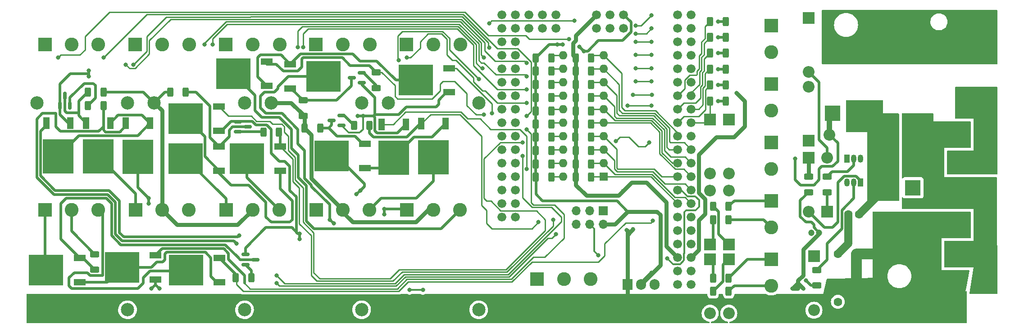
<source format=gbr>
%TF.GenerationSoftware,KiCad,Pcbnew,(6.0.0)*%
%TF.CreationDate,2022-05-14T17:25:00-07:00*%
%TF.ProjectId,Stencil,5374656e-6369-46c2-9e6b-696361645f70,rev?*%
%TF.SameCoordinates,Original*%
%TF.FileFunction,Copper,L2,Bot*%
%TF.FilePolarity,Positive*%
%FSLAX46Y46*%
G04 Gerber Fmt 4.6, Leading zero omitted, Abs format (unit mm)*
G04 Created by KiCad (PCBNEW (6.0.0)) date 2022-05-14 17:25:00*
%MOMM*%
%LPD*%
G01*
G04 APERTURE LIST*
G04 Aperture macros list*
%AMRoundRect*
0 Rectangle with rounded corners*
0 $1 Rounding radius*
0 $2 $3 $4 $5 $6 $7 $8 $9 X,Y pos of 4 corners*
0 Add a 4 corners polygon primitive as box body*
4,1,4,$2,$3,$4,$5,$6,$7,$8,$9,$2,$3,0*
0 Add four circle primitives for the rounded corners*
1,1,$1+$1,$2,$3*
1,1,$1+$1,$4,$5*
1,1,$1+$1,$6,$7*
1,1,$1+$1,$8,$9*
0 Add four rect primitives between the rounded corners*
20,1,$1+$1,$2,$3,$4,$5,0*
20,1,$1+$1,$4,$5,$6,$7,0*
20,1,$1+$1,$6,$7,$8,$9,0*
20,1,$1+$1,$8,$9,$2,$3,0*%
G04 Aperture macros list end*
%TA.AperFunction,SMDPad,CuDef*%
%ADD10RoundRect,0.250000X0.312500X0.625000X-0.312500X0.625000X-0.312500X-0.625000X0.312500X-0.625000X0*%
%TD*%
%TA.AperFunction,SMDPad,CuDef*%
%ADD11RoundRect,0.250000X0.625000X-0.312500X0.625000X0.312500X-0.625000X0.312500X-0.625000X-0.312500X0*%
%TD*%
%TA.AperFunction,SMDPad,CuDef*%
%ADD12RoundRect,0.250000X-0.312500X-0.625000X0.312500X-0.625000X0.312500X0.625000X-0.312500X0.625000X0*%
%TD*%
%TA.AperFunction,ComponentPad*%
%ADD13R,2.600000X2.600000*%
%TD*%
%TA.AperFunction,ComponentPad*%
%ADD14C,2.600000*%
%TD*%
%TA.AperFunction,SMDPad,CuDef*%
%ADD15RoundRect,0.250000X-0.625000X0.312500X-0.625000X-0.312500X0.625000X-0.312500X0.625000X0.312500X0*%
%TD*%
%TA.AperFunction,SMDPad,CuDef*%
%ADD16R,2.200000X1.200000*%
%TD*%
%TA.AperFunction,SMDPad,CuDef*%
%ADD17R,6.400000X5.800000*%
%TD*%
%TA.AperFunction,ComponentPad*%
%ADD18R,3.000000X3.000000*%
%TD*%
%TA.AperFunction,ComponentPad*%
%ADD19O,3.000000X3.000000*%
%TD*%
%TA.AperFunction,SMDPad,CuDef*%
%ADD20R,1.200000X2.200000*%
%TD*%
%TA.AperFunction,SMDPad,CuDef*%
%ADD21R,5.800000X6.400000*%
%TD*%
%TA.AperFunction,SMDPad,CuDef*%
%ADD22RoundRect,0.150000X0.587500X0.150000X-0.587500X0.150000X-0.587500X-0.150000X0.587500X-0.150000X0*%
%TD*%
%TA.AperFunction,ComponentPad*%
%ADD23R,2.200000X2.200000*%
%TD*%
%TA.AperFunction,ComponentPad*%
%ADD24O,2.200000X2.200000*%
%TD*%
%TA.AperFunction,ComponentPad*%
%ADD25C,2.500000*%
%TD*%
%TA.AperFunction,ComponentPad*%
%ADD26R,1.905000X2.000000*%
%TD*%
%TA.AperFunction,ComponentPad*%
%ADD27O,1.905000X2.000000*%
%TD*%
%TA.AperFunction,ComponentPad*%
%ADD28C,1.676400*%
%TD*%
%TA.AperFunction,ComponentPad*%
%ADD29R,3.200000X3.200000*%
%TD*%
%TA.AperFunction,ComponentPad*%
%ADD30O,3.200000X3.200000*%
%TD*%
%TA.AperFunction,ComponentPad*%
%ADD31C,1.600000*%
%TD*%
%TA.AperFunction,SMDPad,CuDef*%
%ADD32RoundRect,0.150000X-0.587500X-0.150000X0.587500X-0.150000X0.587500X0.150000X-0.587500X0.150000X0*%
%TD*%
%TA.AperFunction,SMDPad,CuDef*%
%ADD33RoundRect,0.150000X0.150000X-0.587500X0.150000X0.587500X-0.150000X0.587500X-0.150000X-0.587500X0*%
%TD*%
%TA.AperFunction,ComponentPad*%
%ADD34R,1.600000X1.600000*%
%TD*%
%TA.AperFunction,ComponentPad*%
%ADD35O,1.600000X1.600000*%
%TD*%
%TA.AperFunction,ComponentPad*%
%ADD36R,1.050000X1.500000*%
%TD*%
%TA.AperFunction,ComponentPad*%
%ADD37O,1.050000X1.500000*%
%TD*%
%TA.AperFunction,ComponentPad*%
%ADD38C,1.200000*%
%TD*%
%TA.AperFunction,ComponentPad*%
%ADD39R,1.700000X1.700000*%
%TD*%
%TA.AperFunction,ComponentPad*%
%ADD40O,1.700000X1.700000*%
%TD*%
%TA.AperFunction,ComponentPad*%
%ADD41R,2.000000X2.500000*%
%TD*%
%TA.AperFunction,ComponentPad*%
%ADD42C,2.000000*%
%TD*%
%TA.AperFunction,ViaPad*%
%ADD43C,0.800000*%
%TD*%
%TA.AperFunction,Conductor*%
%ADD44C,0.300000*%
%TD*%
%TA.AperFunction,Conductor*%
%ADD45C,0.508000*%
%TD*%
%TA.AperFunction,Conductor*%
%ADD46C,0.254000*%
%TD*%
%TA.AperFunction,Conductor*%
%ADD47C,1.000000*%
%TD*%
%TA.AperFunction,Conductor*%
%ADD48C,0.762000*%
%TD*%
%TA.AperFunction,Conductor*%
%ADD49C,1.500000*%
%TD*%
%TA.AperFunction,Conductor*%
%ADD50C,2.000000*%
%TD*%
G04 APERTURE END LIST*
D10*
%TO.P,R107,1*%
%TO.N,N/C*%
X165385000Y-99452976D03*
%TO.P,R107,2*%
X162460000Y-99452976D03*
%TD*%
D11*
%TO.P,R122,1*%
%TO.N,N/C*%
X99730000Y-105985476D03*
%TO.P,R122,2*%
X99730000Y-103060476D03*
%TD*%
D12*
%TO.P,R132,1*%
%TO.N,N/C*%
X163017500Y-130812976D03*
%TO.P,R132,2*%
X165942500Y-130812976D03*
%TD*%
%TO.P,R114,1*%
%TO.N,N/C*%
X95517500Y-113012976D03*
%TO.P,R114,2*%
X98442500Y-113012976D03*
%TD*%
D13*
%TO.P,J27,1,Pin_1*%
%TO.N,N/C*%
X173960000Y-127292976D03*
D14*
%TO.P,J27,2,Pin_2*%
X173960000Y-132292976D03*
%TD*%
D12*
%TO.P,R163,1*%
%TO.N,N/C*%
X129692500Y-107812976D03*
%TO.P,R163,2*%
X132617500Y-107812976D03*
%TD*%
D13*
%TO.P,J13,1,Pin_1*%
%TO.N,N/C*%
X71460000Y-128987976D03*
D14*
%TO.P,J13,2,Pin_2*%
X76460000Y-128987976D03*
%TO.P,J13,3,Pin_3*%
X81460000Y-128987976D03*
%TD*%
D15*
%TO.P,R121,1*%
%TO.N,N/C*%
X85940000Y-108350476D03*
%TO.P,R121,2*%
X85940000Y-111275476D03*
%TD*%
D13*
%TO.P,J16,1,Pin_1*%
%TO.N,N/C*%
X105410000Y-128992976D03*
D14*
%TO.P,J16,2,Pin_2*%
X110410000Y-128992976D03*
%TO.P,J16,3,Pin_3*%
X115410000Y-128992976D03*
%TD*%
D16*
%TO.P,Q11,1,G*%
%TO.N,N/C*%
X70160000Y-109512976D03*
D17*
%TO.P,Q11,2,D*%
X63860000Y-111792976D03*
D16*
%TO.P,Q11,3,S*%
X70160000Y-114072976D03*
%TD*%
%TO.P,Q7,1,G*%
%TO.N,N/C*%
X58235000Y-137512976D03*
D17*
%TO.P,Q7,2,D*%
X51935000Y-139792976D03*
D16*
%TO.P,Q7,3,S*%
X58235000Y-142072976D03*
%TD*%
D13*
%TO.P,J20,1,Pin_1*%
%TO.N,N/C*%
X71375000Y-97792976D03*
D14*
%TO.P,J20,2,Pin_2*%
X76455000Y-97792976D03*
%TO.P,J20,3,Pin_3*%
X81535000Y-97792976D03*
%TD*%
D12*
%TO.P,R161,1*%
%TO.N,N/C*%
X129692500Y-110312976D03*
%TO.P,R161,2*%
X132617500Y-110312976D03*
%TD*%
D11*
%TO.P,R145,1*%
%TO.N,N/C*%
X182480000Y-143235476D03*
%TO.P,R145,2*%
X182480000Y-140310476D03*
%TD*%
D12*
%TO.P,R109,1*%
%TO.N,N/C*%
X45535000Y-106792976D03*
%TO.P,R109,2*%
X48460000Y-106792976D03*
%TD*%
D10*
%TO.P,R99,1*%
%TO.N,N/C*%
X165385000Y-93452976D03*
%TO.P,R99,2*%
X162460000Y-93452976D03*
%TD*%
D12*
%TO.P,R150,1*%
%TO.N,N/C*%
X137192500Y-122812976D03*
%TO.P,R150,2*%
X140117500Y-122812976D03*
%TD*%
D18*
%TO.P,Q41,1,G*%
%TO.N,N/C*%
X185460000Y-110792976D03*
D19*
%TO.P,Q41,3,S*%
X190540000Y-110792976D03*
%TD*%
D10*
%TO.P,R102,1*%
%TO.N,N/C*%
X76202500Y-141772976D03*
%TO.P,R102,2*%
X73277500Y-141772976D03*
%TD*%
D16*
%TO.P,Q5,1,G*%
%TO.N,N/C*%
X43960000Y-138012976D03*
D17*
%TO.P,Q5,2,D*%
X37660000Y-140292976D03*
D16*
%TO.P,Q5,3,S*%
X43960000Y-142572976D03*
%TD*%
D20*
%TO.P,Q19,1,G*%
%TO.N,N/C*%
X100680000Y-112842976D03*
D21*
%TO.P,Q19,2,D*%
X102960000Y-119142976D03*
D20*
%TO.P,Q19,3,S*%
X105240000Y-112842976D03*
%TD*%
D12*
%TO.P,R164,1*%
%TO.N,N/C*%
X137192500Y-105312976D03*
%TO.P,R164,2*%
X140117500Y-105312976D03*
%TD*%
%TO.P,R156,1*%
%TO.N,N/C*%
X137135000Y-115292976D03*
%TO.P,R156,2*%
X140060000Y-115292976D03*
%TD*%
D13*
%TO.P,J22,1,Pin_1*%
%TO.N,N/C*%
X173960000Y-105292976D03*
D14*
%TO.P,J22,2,Pin_2*%
X173960000Y-110292976D03*
%TD*%
D22*
%TO.P,Q22,1,B*%
%TO.N,N/C*%
X93197500Y-111192976D03*
%TO.P,Q22,2,E*%
X93197500Y-113092976D03*
%TO.P,Q22,3,C*%
X91322500Y-112142976D03*
%TD*%
D23*
%TO.P,D194,1,K*%
%TO.N,N/C*%
X162460000Y-135452976D03*
D24*
%TO.P,D194,2,A*%
X162460000Y-125292976D03*
%TD*%
D25*
%TO.P,A4,1,Vin*%
%TO.N,N/C*%
X101960000Y-147792976D03*
%TO.P,A4,2,Vout*%
X101960000Y-108792976D03*
%TO.P,A4,3,GND*%
X118960000Y-147792976D03*
%TO.P,A4,4,GND*%
X118960000Y-108792976D03*
%TD*%
D26*
%TO.P,U2,1,IN*%
%TO.N,N/C*%
X146920000Y-143022976D03*
D27*
%TO.P,U2,2,GND*%
X149460000Y-143022976D03*
%TO.P,U2,3,OUT*%
X152000000Y-143022976D03*
%TD*%
D28*
%TO.P,U1,3V3_1,3V3*%
%TO.N,N/C*%
X158915000Y-135372976D03*
%TO.P,U1,3V3_2,3V3*%
X156375000Y-135372976D03*
%TO.P,U1,5V_1,5V*%
X158915000Y-137912976D03*
%TO.P,U1,5V_2,5V*%
X156375000Y-137912976D03*
%TO.P,U1,5V_3,5V*%
X141135000Y-92192976D03*
%TO.P,U1,A0,A0*%
X123355000Y-130292976D03*
%TO.P,U1,A1,A1*%
X125895000Y-130292976D03*
%TO.P,U1,A2,A2*%
X123355000Y-127752976D03*
%TO.P,U1,A3,A3*%
X125895000Y-127752976D03*
%TO.P,U1,A4,A4*%
X123355000Y-125212976D03*
%TO.P,U1,A5,A5*%
X125895000Y-125212976D03*
%TO.P,U1,A6,A6*%
X123355000Y-122672976D03*
%TO.P,U1,A7,A7*%
X125895000Y-122672976D03*
%TO.P,U1,A8,A8*%
X123355000Y-120132976D03*
%TO.P,U1,A9,A9*%
X125895000Y-120132976D03*
%TO.P,U1,A10,A10*%
X123355000Y-117592976D03*
%TO.P,U1,A11,A11*%
X125895000Y-117592976D03*
%TO.P,U1,A12,A12*%
X123355000Y-115052976D03*
%TO.P,U1,A13,A13*%
X125895000Y-115052976D03*
%TO.P,U1,A14,A14*%
X123355000Y-112512976D03*
%TO.P,U1,A15,A15*%
X125895000Y-112512976D03*
%TO.P,U1,AREF,AREF*%
X156375000Y-132832976D03*
%TO.P,U1,D2,D2*%
X156375000Y-127752976D03*
%TO.P,U1,D3,D3*%
X158915000Y-127752976D03*
%TO.P,U1,D4,D4*%
X156375000Y-125212976D03*
%TO.P,U1,D5,D5*%
X158915000Y-125212976D03*
%TO.P,U1,D6,D6*%
X156375000Y-122672976D03*
%TO.P,U1,D7,D7*%
X158915000Y-122672976D03*
%TO.P,U1,D8,D8*%
X156375000Y-120132976D03*
%TO.P,U1,D9,D9*%
X158915000Y-120132976D03*
%TO.P,U1,D10,D10*%
X156375000Y-117592976D03*
%TO.P,U1,D11,D11*%
X158915000Y-117592976D03*
%TO.P,U1,D12,D12*%
X156375000Y-115052976D03*
%TO.P,U1,D13,D13*%
X158915000Y-115052976D03*
%TO.P,U1,D14,D14*%
X156375000Y-112512976D03*
%TO.P,U1,D15,D15*%
X158915000Y-112512976D03*
%TO.P,U1,D16,D16*%
X156375000Y-109972976D03*
%TO.P,U1,D17,D17*%
X158915000Y-109972976D03*
%TO.P,U1,D18,D18*%
X156375000Y-107432976D03*
%TO.P,U1,D19,D19*%
X158915000Y-107432976D03*
%TO.P,U1,D20,D20*%
X156375000Y-104892976D03*
%TO.P,U1,D21,D21*%
X158915000Y-104892976D03*
%TO.P,U1,D22,D22*%
X156375000Y-102352976D03*
%TO.P,U1,D23,D23*%
X158915000Y-102352976D03*
%TO.P,U1,D24,D24*%
X156375000Y-99812976D03*
%TO.P,U1,D25,D25*%
X158915000Y-99812976D03*
%TO.P,U1,D26,D26*%
X156375000Y-97272976D03*
%TO.P,U1,D27,D27*%
X158915000Y-97272976D03*
%TO.P,U1,D28,D28*%
X156375000Y-94732976D03*
%TO.P,U1,D29,D29*%
X158915000Y-94732976D03*
%TO.P,U1,D30,D30*%
X156375000Y-92192976D03*
%TO.P,U1,D31,D31*%
X158915000Y-92192976D03*
%TO.P,U1,D32,D32*%
X123355000Y-109972976D03*
%TO.P,U1,D33,D33*%
X125895000Y-109972976D03*
%TO.P,U1,D34,D34*%
X123355000Y-107432976D03*
%TO.P,U1,D35,D35*%
X125895000Y-107432976D03*
%TO.P,U1,D36,D36*%
X123355000Y-104892976D03*
%TO.P,U1,D37,D37*%
X125895000Y-104892976D03*
%TO.P,U1,D38,D38*%
X123355000Y-102352976D03*
%TO.P,U1,D39,D39*%
X125895000Y-102352976D03*
%TO.P,U1,D40,D40*%
X123355000Y-99812976D03*
%TO.P,U1,D41,D41*%
X125895000Y-99812976D03*
%TO.P,U1,D42,D42*%
X123355000Y-97272976D03*
%TO.P,U1,D43,D43*%
X125895000Y-97272976D03*
%TO.P,U1,D44,D44*%
X123355000Y-94732976D03*
%TO.P,U1,D45,D45*%
X125895000Y-94732976D03*
%TO.P,U1,D46,D46*%
X123355000Y-92192976D03*
%TO.P,U1,D47,D47*%
X125895000Y-92192976D03*
%TO.P,U1,D48,D48*%
X128435000Y-92192976D03*
%TO.P,U1,D49,D49*%
X128435000Y-94732976D03*
%TO.P,U1,D50,D50*%
X130975000Y-92192976D03*
%TO.P,U1,D51,D51*%
X130975000Y-94732976D03*
%TO.P,U1,D52,D52*%
X133515000Y-92192976D03*
%TO.P,U1,D53,D53*%
X133515000Y-94732976D03*
%TO.P,U1,GND_1,GND*%
X158915000Y-140452976D03*
%TO.P,U1,GND_2,GND*%
X156375000Y-140452976D03*
%TO.P,U1,GND_3,GND*%
X146215000Y-92192976D03*
%TO.P,U1,MISO,MISO*%
X141135000Y-94732976D03*
%TO.P,U1,MOSI,MOSI*%
X143675000Y-92192976D03*
%TO.P,U1,RESET,RESET*%
X146215000Y-94732976D03*
%TO.P,U1,RST,RST*%
X158915000Y-132832976D03*
%TO.P,U1,RX,RX*%
X156375000Y-130292976D03*
%TO.P,U1,SCK,SCK*%
X143675000Y-94732976D03*
%TO.P,U1,TX,TX*%
X158915000Y-130292976D03*
%TO.P,U1,VIN_1,VIN*%
X158915000Y-142992976D03*
%TO.P,U1,VIN_2,VIN*%
X156375000Y-142992976D03*
%TD*%
D18*
%TO.P,Q42,1,G*%
%TO.N,N/C*%
X200560000Y-124792976D03*
D19*
%TO.P,Q42,3,S*%
X195480000Y-124792976D03*
%TD*%
D13*
%TO.P,J29,1,Pin_1*%
%TO.N,N/C*%
X209060000Y-120292976D03*
D14*
%TO.P,J29,2,Pin_2*%
X209060000Y-115292976D03*
%TD*%
D23*
%TO.P,D204,1,K*%
%TO.N,N/C*%
X181960000Y-137712976D03*
D24*
%TO.P,D204,2,A*%
X181960000Y-147872976D03*
%TD*%
D29*
%TO.P,D201,1,A1*%
%TO.N,N/C*%
X200460000Y-93292976D03*
D30*
%TO.P,D201,2,A2*%
X200460000Y-113292976D03*
%TD*%
D31*
%TO.P,C2,1*%
%TO.N,N/C*%
X190460000Y-129792976D03*
%TO.P,C2,2*%
X188460000Y-129792976D03*
%TD*%
D23*
%TO.P,D197,1,K*%
%TO.N,N/C*%
X162460000Y-138292976D03*
D24*
%TO.P,D197,2,A*%
X162460000Y-148452976D03*
%TD*%
D12*
%TO.P,R153,1*%
%TO.N,N/C*%
X129692500Y-120312976D03*
%TO.P,R153,2*%
X132617500Y-120312976D03*
%TD*%
D10*
%TO.P,R118,1*%
%TO.N,N/C*%
X165385000Y-108452976D03*
%TO.P,R118,2*%
X162460000Y-108452976D03*
%TD*%
D12*
%TO.P,R159,1*%
%TO.N,N/C*%
X129692500Y-112792976D03*
%TO.P,R159,2*%
X132617500Y-112792976D03*
%TD*%
D16*
%TO.P,Q6,1,G*%
%TO.N,N/C*%
X70235000Y-138037976D03*
D17*
%TO.P,Q6,2,D*%
X63935000Y-140317976D03*
D16*
%TO.P,Q6,3,S*%
X70235000Y-142597976D03*
%TD*%
D12*
%TO.P,R165,1*%
%TO.N,N/C*%
X129692500Y-105312976D03*
%TO.P,R165,2*%
X132617500Y-105312976D03*
%TD*%
D16*
%TO.P,Q10,1,G*%
%TO.N,N/C*%
X81660000Y-117012976D03*
D17*
%TO.P,Q10,2,D*%
X75360000Y-119292976D03*
D16*
%TO.P,Q10,3,S*%
X81660000Y-121572976D03*
%TD*%
D12*
%TO.P,R167,1*%
%TO.N,N/C*%
X129692500Y-102812976D03*
%TO.P,R167,2*%
X132617500Y-102812976D03*
%TD*%
D13*
%TO.P,J21,1,Pin_1*%
%TO.N,N/C*%
X173960000Y-116292976D03*
D14*
%TO.P,J21,2,Pin_2*%
X173960000Y-121292976D03*
%TD*%
D12*
%TO.P,R168,1*%
%TO.N,N/C*%
X137192500Y-100312976D03*
%TO.P,R168,2*%
X140117500Y-100312976D03*
%TD*%
D10*
%TO.P,R113,1*%
%TO.N,N/C*%
X89152500Y-113522976D03*
%TO.P,R113,2*%
X86227500Y-113522976D03*
%TD*%
D20*
%TO.P,Q18,1,G*%
%TO.N,N/C*%
X108180000Y-112742976D03*
D21*
%TO.P,Q18,2,D*%
X110460000Y-119042976D03*
D20*
%TO.P,Q18,3,S*%
X112740000Y-112742976D03*
%TD*%
D32*
%TO.P,Q12,1,B*%
%TO.N,N/C*%
X73672500Y-114242976D03*
%TO.P,Q12,2,E*%
X73672500Y-112342976D03*
%TO.P,Q12,3,C*%
X75547500Y-113292976D03*
%TD*%
D11*
%TO.P,R147,1*%
%TO.N,N/C*%
X184460000Y-125637976D03*
%TO.P,R147,2*%
X184460000Y-122712976D03*
%TD*%
D16*
%TO.P,Q26,1,G*%
%TO.N,N/C*%
X79160000Y-101012976D03*
D17*
%TO.P,Q26,2,D*%
X72860000Y-103292976D03*
D16*
%TO.P,Q26,3,S*%
X79160000Y-105572976D03*
%TD*%
D22*
%TO.P,Q30,1,B*%
%TO.N,N/C*%
X96997500Y-103142976D03*
%TO.P,Q30,2,E*%
X96997500Y-105042976D03*
%TO.P,Q30,3,C*%
X95122500Y-104092976D03*
%TD*%
D11*
%TO.P,R101,1*%
%TO.N,N/C*%
X46780000Y-140235476D03*
%TO.P,R101,2*%
X46780000Y-137310476D03*
%TD*%
D12*
%TO.P,R166,1*%
%TO.N,N/C*%
X137192500Y-102812976D03*
%TO.P,R166,2*%
X140117500Y-102812976D03*
%TD*%
%TO.P,R155,1*%
%TO.N,N/C*%
X129692500Y-117812976D03*
%TO.P,R155,2*%
X132617500Y-117812976D03*
%TD*%
D13*
%TO.P,J14,1,Pin_1*%
%TO.N,N/C*%
X54460000Y-128987976D03*
D14*
%TO.P,J14,2,Pin_2*%
X59460000Y-128987976D03*
%TO.P,J14,3,Pin_3*%
X64460000Y-128987976D03*
%TD*%
D12*
%TO.P,R133,1*%
%TO.N,N/C*%
X163017500Y-128312976D03*
%TO.P,R133,2*%
X165942500Y-128312976D03*
%TD*%
D16*
%TO.P,Q25,1,G*%
%TO.N,N/C*%
X83510000Y-106072976D03*
D17*
%TO.P,Q25,2,D*%
X89810000Y-103792976D03*
D16*
%TO.P,Q25,3,S*%
X83510000Y-101512976D03*
%TD*%
D13*
%TO.P,J12,1,Pin_1*%
%TO.N,N/C*%
X37460000Y-128987976D03*
D14*
%TO.P,J12,2,Pin_2*%
X42460000Y-128987976D03*
%TO.P,J12,3,Pin_3*%
X47460000Y-128987976D03*
%TD*%
D12*
%TO.P,R157,1*%
%TO.N,N/C*%
X129692500Y-115292976D03*
%TO.P,R157,2*%
X132617500Y-115292976D03*
%TD*%
%TO.P,R110,1*%
%TO.N,N/C*%
X45517500Y-109312976D03*
%TO.P,R110,2*%
X48442500Y-109312976D03*
%TD*%
%TO.P,R169,1*%
%TO.N,N/C*%
X129692500Y-100312976D03*
%TO.P,R169,2*%
X132617500Y-100312976D03*
%TD*%
D33*
%TO.P,Q16,1,B*%
%TO.N,N/C*%
X42160000Y-109330476D03*
%TO.P,Q16,2,E*%
X40260000Y-109330476D03*
%TO.P,Q16,3,C*%
X41210000Y-107455476D03*
%TD*%
D16*
%TO.P,Q17,1,G*%
%TO.N,N/C*%
X97585000Y-116512976D03*
D17*
%TO.P,Q17,2,D*%
X91285000Y-118792976D03*
D16*
%TO.P,Q17,3,S*%
X97585000Y-121072976D03*
%TD*%
D12*
%TO.P,R151,1*%
%TO.N,N/C*%
X129692500Y-122812976D03*
%TO.P,R151,2*%
X132617500Y-122812976D03*
%TD*%
%TO.P,R154,1*%
%TO.N,N/C*%
X137192500Y-117812976D03*
%TO.P,R154,2*%
X140117500Y-117812976D03*
%TD*%
%TO.P,R106,1*%
%TO.N,N/C*%
X78517500Y-114312976D03*
%TO.P,R106,2*%
X81442500Y-114312976D03*
%TD*%
%TO.P,R158,1*%
%TO.N,N/C*%
X137192500Y-112812976D03*
%TO.P,R158,2*%
X140117500Y-112812976D03*
%TD*%
%TO.P,R160,1*%
%TO.N,N/C*%
X137192500Y-110312976D03*
%TO.P,R160,2*%
X140117500Y-110312976D03*
%TD*%
%TO.P,R162,1*%
%TO.N,N/C*%
X137192500Y-107812976D03*
%TO.P,R162,2*%
X140117500Y-107812976D03*
%TD*%
D13*
%TO.P,J24,1,Pin_1*%
%TO.N,N/C*%
X173960000Y-94292976D03*
D14*
%TO.P,J24,2,Pin_2*%
X173960000Y-99292976D03*
%TD*%
D16*
%TO.P,Q9,1,G*%
%TO.N,N/C*%
X70160000Y-117012976D03*
D17*
%TO.P,Q9,2,D*%
X63860000Y-119292976D03*
D16*
%TO.P,Q9,3,S*%
X70160000Y-121572976D03*
%TD*%
D10*
%TO.P,R103,1*%
%TO.N,N/C*%
X165385000Y-96452976D03*
%TO.P,R103,2*%
X162460000Y-96452976D03*
%TD*%
%TO.P,R116,1*%
%TO.N,N/C*%
X165385000Y-105452976D03*
%TO.P,R116,2*%
X162460000Y-105452976D03*
%TD*%
D20*
%TO.P,Q15,1,G*%
%TO.N,N/C*%
X37680000Y-112592976D03*
D21*
%TO.P,Q15,2,D*%
X39960000Y-118892976D03*
D20*
%TO.P,Q15,3,S*%
X42240000Y-112592976D03*
%TD*%
%TO.P,Q13,1,G*%
%TO.N,N/C*%
X45180000Y-112592976D03*
D21*
%TO.P,Q13,2,D*%
X47460000Y-118892976D03*
D20*
%TO.P,Q13,3,S*%
X49740000Y-112592976D03*
%TD*%
%TO.P,Q14,1,G*%
%TO.N,N/C*%
X52655000Y-112667976D03*
D21*
%TO.P,Q14,2,D*%
X54935000Y-118967976D03*
D20*
%TO.P,Q14,3,S*%
X57215000Y-112667976D03*
%TD*%
D12*
%TO.P,R152,1*%
%TO.N,N/C*%
X137192500Y-120312976D03*
%TO.P,R152,2*%
X140117500Y-120312976D03*
%TD*%
%TO.P,R135,1*%
%TO.N,N/C*%
X163017500Y-141812976D03*
%TO.P,R135,2*%
X165942500Y-141812976D03*
%TD*%
%TO.P,R134,1*%
%TO.N,N/C*%
X163017500Y-144312976D03*
%TO.P,R134,2*%
X165942500Y-144312976D03*
%TD*%
D13*
%TO.P,J26,1,Pin_1*%
%TO.N,N/C*%
X173960000Y-138292976D03*
D14*
%TO.P,J26,2,Pin_2*%
X173960000Y-143292976D03*
%TD*%
D32*
%TO.P,Q8,1,B*%
%TO.N,N/C*%
X75122500Y-139292976D03*
%TO.P,Q8,2,E*%
X75122500Y-137392976D03*
%TO.P,Q8,3,C*%
X76997500Y-138342976D03*
%TD*%
D13*
%TO.P,J30,1,Pin_1*%
%TO.N,N/C*%
X129960000Y-141987976D03*
D14*
%TO.P,J30,2,Pin_2*%
X134960000Y-141987976D03*
%TO.P,J30,3,Pin_3*%
X139960000Y-141987976D03*
%TD*%
D10*
%TO.P,R111,1*%
%TO.N,N/C*%
X165385000Y-102452976D03*
%TO.P,R111,2*%
X162460000Y-102452976D03*
%TD*%
D11*
%TO.P,R149,1*%
%TO.N,N/C*%
X180980000Y-125655476D03*
%TO.P,R149,2*%
X180980000Y-122730476D03*
%TD*%
D16*
%TO.P,Q27,1,G*%
%TO.N,N/C*%
X113410000Y-102262976D03*
D17*
%TO.P,Q27,2,D*%
X107110000Y-104542976D03*
D16*
%TO.P,Q27,3,S*%
X113410000Y-106822976D03*
%TD*%
D13*
%TO.P,J15,1,Pin_1*%
%TO.N,N/C*%
X88460000Y-128992976D03*
D14*
%TO.P,J15,2,Pin_2*%
X93460000Y-128992976D03*
%TO.P,J15,3,Pin_3*%
X98460000Y-128992976D03*
%TD*%
D10*
%TO.P,R105,1*%
%TO.N,N/C*%
X63902500Y-106772976D03*
%TO.P,R105,2*%
X60977500Y-106772976D03*
%TD*%
D23*
%TO.P,D205,1,K*%
%TO.N,N/C*%
X184460000Y-129292976D03*
D24*
%TO.P,D205,2,A*%
X184460000Y-119132976D03*
%TD*%
D13*
%TO.P,J25,1,Pin_1*%
%TO.N,N/C*%
X105380000Y-97792976D03*
D14*
%TO.P,J25,2,Pin_2*%
X110460000Y-97792976D03*
%TO.P,J25,3,Pin_3*%
X115540000Y-97792976D03*
%TD*%
D34*
%TO.P,SW1,1*%
%TO.N,N/C*%
X142460000Y-122737976D03*
D35*
%TO.P,SW1,2*%
X142460000Y-120197976D03*
%TO.P,SW1,3*%
X142460000Y-117657976D03*
%TO.P,SW1,4*%
X142460000Y-115117976D03*
%TO.P,SW1,5*%
X142460000Y-112577976D03*
%TO.P,SW1,6*%
X142460000Y-110037976D03*
%TO.P,SW1,7*%
X142460000Y-107497976D03*
%TO.P,SW1,8*%
X142460000Y-104957976D03*
%TO.P,SW1,9*%
X142460000Y-102417976D03*
%TO.P,SW1,10*%
X142460000Y-99877976D03*
%TO.P,SW1,11*%
X134840000Y-99877976D03*
%TO.P,SW1,12*%
X134840000Y-102417976D03*
%TO.P,SW1,13*%
X134840000Y-104957976D03*
%TO.P,SW1,14*%
X134840000Y-107497976D03*
%TO.P,SW1,15*%
X134840000Y-110037976D03*
%TO.P,SW1,16*%
X134840000Y-112577976D03*
%TO.P,SW1,17*%
X134840000Y-115117976D03*
%TO.P,SW1,18*%
X134840000Y-117657976D03*
%TO.P,SW1,19*%
X134840000Y-120197976D03*
%TO.P,SW1,20*%
X134840000Y-122737976D03*
%TD*%
D31*
%TO.P,C5,1*%
%TO.N,N/C*%
X189960000Y-146292976D03*
%TO.P,C5,2*%
X186460000Y-146292976D03*
%TD*%
%TO.P,C4,1*%
%TO.N,N/C*%
X189960000Y-137292976D03*
%TO.P,C4,2*%
X186460000Y-137292976D03*
%TD*%
D36*
%TO.P,Q43,1,C*%
%TO.N,N/C*%
X190730000Y-123792976D03*
D37*
%TO.P,Q43,2,B*%
X189460000Y-123792976D03*
%TO.P,Q43,3,E*%
X188190000Y-123792976D03*
%TD*%
D38*
%TO.P,C3,1*%
%TO.N,N/C*%
X181460000Y-133292976D03*
%TO.P,C3,2*%
X182960000Y-133292976D03*
%TD*%
D23*
%TO.P,D203,1,K*%
%TO.N,N/C*%
X180960000Y-119132976D03*
D24*
%TO.P,D203,2,A*%
X180960000Y-129292976D03*
%TD*%
D13*
%TO.P,J19,1,Pin_1*%
%TO.N,N/C*%
X54375000Y-97792976D03*
D14*
%TO.P,J19,2,Pin_2*%
X59455000Y-97792976D03*
%TO.P,J19,3,Pin_3*%
X64535000Y-97792976D03*
%TD*%
D23*
%TO.P,D196,1,K*%
%TO.N,N/C*%
X165960000Y-138292976D03*
D24*
%TO.P,D196,2,A*%
X165960000Y-148452976D03*
%TD*%
D13*
%TO.P,J11,1,Pin_1*%
%TO.N,N/C*%
X37460000Y-97797976D03*
D14*
%TO.P,J11,2,Pin_2*%
X42460000Y-97797976D03*
%TO.P,J11,3,Pin_3*%
X47460000Y-97797976D03*
%TD*%
D23*
%TO.P,D199,1,K*%
%TO.N,N/C*%
X180960000Y-92792976D03*
D24*
%TO.P,D199,2,A*%
X180960000Y-102952976D03*
%TD*%
D39*
%TO.P,J31,1,Pin_1*%
%TO.N,N/C*%
X142335000Y-129142976D03*
D40*
%TO.P,J31,2,Pin_2*%
X142335000Y-131682976D03*
%TO.P,J31,3,Pin_3*%
X139795000Y-129142976D03*
%TO.P,J31,4,Pin_4*%
X139795000Y-131682976D03*
%TO.P,J31,5,Pin_5*%
X137255000Y-129142976D03*
%TO.P,J31,6,Pin_6*%
X137255000Y-131682976D03*
%TD*%
D23*
%TO.P,D200,1,K*%
%TO.N,N/C*%
X180960000Y-115952976D03*
D24*
%TO.P,D200,2,A*%
X180960000Y-105792976D03*
%TD*%
D23*
%TO.P,D202,1,K*%
%TO.N,N/C*%
X195040000Y-114792976D03*
D24*
%TO.P,D202,2,A*%
X184880000Y-114792976D03*
%TD*%
D23*
%TO.P,D198,1,K*%
%TO.N,N/C*%
X165960000Y-111932976D03*
D24*
%TO.P,D198,2,A*%
X165960000Y-122092976D03*
%TD*%
D23*
%TO.P,D193,1,K*%
%TO.N,N/C*%
X162460000Y-111952976D03*
D24*
%TO.P,D193,2,A*%
X162460000Y-122112976D03*
%TD*%
D41*
%TO.P,F1,1*%
%TO.N,N/C*%
X210365000Y-94687976D03*
X214365000Y-94687976D03*
%TO.P,F1,2*%
X214365000Y-108087976D03*
X210365000Y-108087976D03*
%TD*%
D25*
%TO.P,A3,1,Vin*%
%TO.N,N/C*%
X79960000Y-147792976D03*
%TO.P,A3,2,Vout*%
X79960000Y-108792976D03*
%TO.P,A3,3,GND*%
X96960000Y-147792976D03*
%TO.P,A3,4,GND*%
X96960000Y-108792976D03*
%TD*%
D13*
%TO.P,J18,1,Pin_1*%
%TO.N,N/C*%
X209060000Y-131292976D03*
D14*
%TO.P,J18,2,Pin_2*%
X209060000Y-126292976D03*
%TD*%
D13*
%TO.P,J17,1,Pin_1*%
%TO.N,N/C*%
X209060000Y-142292976D03*
D14*
%TO.P,J17,2,Pin_2*%
X209060000Y-137292976D03*
%TD*%
D13*
%TO.P,J23,1,Pin_1*%
%TO.N,N/C*%
X88375000Y-97792976D03*
D14*
%TO.P,J23,2,Pin_2*%
X93455000Y-97792976D03*
%TO.P,J23,3,Pin_3*%
X98535000Y-97792976D03*
%TD*%
D23*
%TO.P,D195,1,K*%
%TO.N,N/C*%
X165960000Y-135452976D03*
D24*
%TO.P,D195,2,A*%
X165960000Y-125292976D03*
%TD*%
D25*
%TO.P,A2,1,Vin*%
%TO.N,N/C*%
X57960000Y-147792976D03*
%TO.P,A2,2,Vout*%
X57960000Y-108792976D03*
%TO.P,A2,3,GND*%
X74960000Y-147792976D03*
%TO.P,A2,4,GND*%
X74960000Y-108792976D03*
%TD*%
%TO.P,A1,1,Vin*%
%TO.N,N/C*%
X35960000Y-147792976D03*
%TO.P,A1,2,Vout*%
X35960000Y-108792976D03*
%TO.P,A1,3,GND*%
X52960000Y-147792976D03*
%TO.P,A1,4,GND*%
X52960000Y-108792976D03*
%TD*%
D36*
%TO.P,Q44,1,C*%
%TO.N,N/C*%
X188190000Y-119292976D03*
D37*
%TO.P,Q44,2,B*%
X189460000Y-119292976D03*
%TO.P,Q44,3,E*%
X190730000Y-119292976D03*
%TD*%
D42*
%TO.P,C1,1*%
%TO.N,N/C*%
X196460000Y-119792976D03*
%TO.P,C1,2*%
X201460000Y-119792976D03*
%TD*%
D43*
%TO.N,*%
X203960000Y-131292976D03*
X147960000Y-132642976D03*
X205460000Y-138792976D03*
X146810000Y-132742976D03*
X203960000Y-141792976D03*
X206960000Y-131292976D03*
X203960000Y-134292976D03*
X205460000Y-132792976D03*
X205460000Y-134292976D03*
X205460000Y-131292976D03*
X209960000Y-133292976D03*
X215960000Y-143292976D03*
X206960000Y-132792976D03*
X205460000Y-143292976D03*
X203960000Y-135792976D03*
X215960000Y-137292976D03*
X205460000Y-125292976D03*
X85260000Y-134492976D03*
X205460000Y-135792976D03*
X151460000Y-140792975D03*
X203960000Y-116292976D03*
X214460000Y-135792976D03*
X203960000Y-114792976D03*
X206960000Y-143292976D03*
X203960000Y-113292976D03*
X199610000Y-119192976D03*
X205460000Y-141792976D03*
X203960000Y-137292976D03*
X203960000Y-140292976D03*
X205460000Y-140292976D03*
X203960000Y-138792976D03*
X208460000Y-133292976D03*
X203960000Y-132792976D03*
X206960000Y-141792976D03*
X205460000Y-137292976D03*
X203960000Y-143292976D03*
X200260000Y-117792976D03*
X215960000Y-129792976D03*
X127960000Y-103792976D03*
X73460000Y-135292976D03*
X127210000Y-116292976D03*
X151460000Y-99792976D03*
X144710000Y-116042976D03*
X163960000Y-108452976D03*
X163960000Y-99452976D03*
X154360000Y-138092976D03*
X141410000Y-137492976D03*
X151460000Y-94792976D03*
X67460000Y-97792976D03*
X121460000Y-110792976D03*
X127960000Y-101292976D03*
X80960000Y-141292976D03*
X119710000Y-102292976D03*
X163960000Y-102452976D03*
X127210000Y-118792976D03*
X151460000Y-109292976D03*
X148460000Y-97292976D03*
X163960000Y-105452976D03*
X85960000Y-98292976D03*
X54060000Y-101592976D03*
X148460000Y-95792976D03*
X127960000Y-108792976D03*
X163960000Y-96452976D03*
X118960000Y-104292976D03*
X151460000Y-92292976D03*
X103960000Y-100792976D03*
X150960000Y-116292976D03*
X136960000Y-93292976D03*
X130210000Y-131292976D03*
X127960000Y-106292976D03*
X84960000Y-98292976D03*
X148460000Y-99792976D03*
X120904711Y-98437687D03*
X68960000Y-97792976D03*
X119960000Y-100292976D03*
X127960000Y-121292976D03*
X73960000Y-133792976D03*
X146960000Y-109292976D03*
X151460000Y-97292976D03*
X119960000Y-111042976D03*
X80960000Y-142792976D03*
X120960000Y-93792976D03*
X133460000Y-133542976D03*
X52660000Y-101592976D03*
X148460000Y-94292976D03*
X105460000Y-100292976D03*
X163960000Y-93452976D03*
X56960000Y-126792976D03*
X196960000Y-95292976D03*
X215960000Y-119792976D03*
X215960000Y-118292976D03*
X214460000Y-121292976D03*
X195460000Y-95292976D03*
X198481582Y-96792236D03*
X195460000Y-92292976D03*
X214460000Y-119792976D03*
X195460000Y-93792976D03*
X212960000Y-115292976D03*
X212960000Y-121292976D03*
X215960000Y-121292976D03*
X95960000Y-126042976D03*
X215960000Y-115292976D03*
X214460000Y-112292976D03*
X214460000Y-110792976D03*
X201460000Y-96792976D03*
X212960000Y-112292976D03*
X211960000Y-96792976D03*
X212960000Y-110792976D03*
X213460000Y-92292976D03*
X212960000Y-118292976D03*
X215960000Y-110792976D03*
X215960000Y-113792976D03*
X214960000Y-92292976D03*
X151480000Y-107272976D03*
X147960000Y-107292976D03*
X132960000Y-130792976D03*
X127960000Y-113792976D03*
X151710000Y-131042976D03*
X148460000Y-104792976D03*
X151460000Y-104792976D03*
X127960000Y-111292976D03*
X48460000Y-100292976D03*
X101210000Y-129792976D03*
X214460000Y-118292976D03*
X212960000Y-113792976D03*
X215960000Y-116792976D03*
X202960000Y-96792976D03*
X209960000Y-110792976D03*
X214960000Y-96792976D03*
X196955757Y-92286796D03*
X178460000Y-119292976D03*
X180460000Y-142292976D03*
X214460000Y-116792976D03*
X135960000Y-96792976D03*
X56960000Y-127792976D03*
X39960000Y-100292976D03*
X148460000Y-102292976D03*
X151460000Y-102292976D03*
X90960000Y-130792976D03*
X196960000Y-93792976D03*
X214460000Y-113792976D03*
X214460000Y-115292976D03*
X211460000Y-110792976D03*
X210460000Y-96792976D03*
X212960000Y-119792976D03*
X101210000Y-128792976D03*
X212960000Y-116792976D03*
X215960000Y-112292976D03*
X91710000Y-131542976D03*
X96710000Y-125292976D03*
X208960000Y-92292976D03*
X178979489Y-143773487D03*
X192460000Y-119292976D03*
X211460000Y-123792976D03*
X208960000Y-96792976D03*
X192460000Y-114792976D03*
X196960000Y-116292976D03*
X193960000Y-108792976D03*
X193960000Y-111792976D03*
X205460000Y-114792976D03*
X193960000Y-110292976D03*
X193960000Y-120792976D03*
X193960000Y-122292976D03*
X188960000Y-113292976D03*
X145235000Y-126267976D03*
X212960000Y-137292976D03*
X214460000Y-128292976D03*
X192460000Y-120792976D03*
X207460000Y-96792976D03*
X199960000Y-96792976D03*
X214460000Y-126792976D03*
X192460000Y-108792976D03*
X192460000Y-126792976D03*
X133710000Y-97792976D03*
X215960000Y-138792976D03*
X214460000Y-125292976D03*
X210460000Y-92292976D03*
X195460000Y-96792976D03*
X205460000Y-122292976D03*
X137859400Y-98235976D03*
X196960000Y-114792976D03*
X196960000Y-126792976D03*
X211960000Y-92292976D03*
X196960000Y-111792976D03*
X108460000Y-144042976D03*
X196960000Y-96792976D03*
X195460000Y-111792976D03*
X192460000Y-117792976D03*
X192460000Y-116292976D03*
X193960000Y-117792976D03*
X196960000Y-117792976D03*
X201860000Y-117592976D03*
X192460000Y-123792976D03*
X105960000Y-144042976D03*
X203460000Y-117792976D03*
X45660000Y-103842976D03*
X212960000Y-126792976D03*
X188960000Y-108792976D03*
X196960000Y-122292976D03*
X195460000Y-122292976D03*
X195460000Y-117792976D03*
X205960000Y-96792976D03*
X204460000Y-96792976D03*
X213460000Y-96792976D03*
X146110000Y-125392976D03*
X192460000Y-113292976D03*
X167410000Y-106942976D03*
X205460000Y-126792976D03*
X192460000Y-125292976D03*
X196960000Y-113292976D03*
X192460000Y-122292976D03*
X205460000Y-123792976D03*
X193960000Y-126792976D03*
X190960000Y-113292976D03*
X193960000Y-119292976D03*
X214460000Y-137292976D03*
X214460000Y-143292976D03*
X203960000Y-123792976D03*
X96210000Y-111292976D03*
X215960000Y-134292976D03*
X212960000Y-141792976D03*
X215960000Y-126792976D03*
X97210000Y-111292976D03*
X58960000Y-143792976D03*
X215960000Y-125292976D03*
X214460000Y-138792976D03*
X45660000Y-102692976D03*
X134710000Y-97792976D03*
X203960000Y-122292976D03*
X206960000Y-123792976D03*
X214460000Y-129792976D03*
X212960000Y-132792976D03*
X215960000Y-135792976D03*
X212960000Y-129792976D03*
X214460000Y-134292976D03*
X212960000Y-135792976D03*
X215960000Y-132792976D03*
X205460000Y-119292976D03*
X212960000Y-134292976D03*
X203460000Y-111792976D03*
X211460000Y-125292976D03*
X203960000Y-128292976D03*
X212960000Y-125292976D03*
X214460000Y-141792976D03*
X205460000Y-128292976D03*
X215960000Y-128292976D03*
X214460000Y-140292976D03*
X138710000Y-99042976D03*
X215960000Y-141792976D03*
X179960000Y-143792976D03*
X57460000Y-143792976D03*
X85260000Y-133492976D03*
X214460000Y-132792976D03*
X177960000Y-143792976D03*
X203460000Y-120792976D03*
X215960000Y-123792976D03*
X211460000Y-126792976D03*
X214460000Y-123792976D03*
X201314975Y-116289792D03*
X215960000Y-131292976D03*
X212960000Y-131292976D03*
X199760000Y-116442976D03*
X202396978Y-115435579D03*
X211460000Y-128292976D03*
X212960000Y-143292976D03*
X205460000Y-113292976D03*
X215960000Y-140292976D03*
X212960000Y-138792976D03*
X209960000Y-123792976D03*
X205460000Y-116292976D03*
X214460000Y-131292976D03*
X203960000Y-126792976D03*
X201260000Y-121792976D03*
X199560000Y-121492976D03*
X203960000Y-125292976D03*
X212960000Y-123792976D03*
X212960000Y-140292976D03*
X208460000Y-123792976D03*
X212960000Y-128292976D03*
%TD*%
D44*
%TO.N,*%
X157610000Y-129392976D02*
X157960000Y-129042976D01*
X154360000Y-138092976D02*
X155460000Y-139192976D01*
X155460000Y-139192976D02*
X156860000Y-139192976D01*
X159760000Y-129042976D02*
X160410000Y-128392976D01*
X157048901Y-125212976D02*
X156375000Y-125212976D01*
X140670000Y-132557976D02*
X139795000Y-131682976D01*
X140670000Y-132782976D02*
X140670000Y-136752976D01*
X156860000Y-139192976D02*
X157562711Y-138490265D01*
X157562711Y-138490265D02*
X157562711Y-137190265D01*
X157960000Y-129042976D02*
X159760000Y-129042976D01*
X157610000Y-137142976D02*
X157610000Y-129392976D01*
X158236612Y-126400687D02*
X157048901Y-125212976D01*
X140670000Y-136752976D02*
X141410000Y-137492976D01*
X160410000Y-127142976D02*
X159667711Y-126400687D01*
X160410000Y-128392976D02*
X160410000Y-127142976D01*
X157562711Y-137190265D02*
X157610000Y-137142976D01*
X140670000Y-132782976D02*
X140670000Y-132557976D01*
X159667711Y-126400687D02*
X158236612Y-126400687D01*
D45*
X163960000Y-102452976D02*
X165385000Y-102452976D01*
D46*
X87960000Y-133292976D02*
X87960000Y-140792976D01*
X144913520Y-117571496D02*
X142460000Y-115117976D01*
X119960000Y-126792976D02*
X119960000Y-119340825D01*
X85960000Y-131292976D02*
X87960000Y-133292976D01*
D45*
X163960000Y-105452976D02*
X165385000Y-105452976D01*
X163960000Y-93452976D02*
X165385000Y-93452976D01*
D46*
X77210000Y-112292976D02*
X79710000Y-112292976D01*
X145101374Y-121292976D02*
X144913520Y-121105122D01*
X119960000Y-119340825D02*
X122960000Y-116340825D01*
D45*
X163960000Y-108452976D02*
X165385000Y-108452976D01*
D46*
X131460000Y-132868854D02*
X131460000Y-130792976D01*
X123083138Y-129128265D02*
X121247849Y-127292976D01*
X144913520Y-121105122D02*
X144913520Y-117571496D01*
X83210000Y-115042976D02*
X83210000Y-117792976D01*
X122960000Y-116292976D02*
X127210000Y-116292976D01*
X120460000Y-127292976D02*
X119960000Y-126792976D01*
X80210000Y-112792976D02*
X81960000Y-112792976D01*
X121247849Y-127292976D02*
X120460000Y-127292976D01*
X85960000Y-124792976D02*
X85960000Y-131292976D01*
D45*
X163960000Y-99452976D02*
X165385000Y-99452976D01*
X163960000Y-96452976D02*
X165385000Y-96452976D01*
D46*
X87960000Y-140792976D02*
X89099440Y-141932416D01*
X129795289Y-129128265D02*
X123083138Y-129128265D01*
X71940000Y-111292976D02*
X76210000Y-111292976D01*
X83210000Y-117792976D02*
X84494040Y-119077016D01*
X140312500Y-115117976D02*
X140117500Y-115312976D01*
X82460000Y-113292976D02*
X82460000Y-114292976D01*
X122960000Y-116340825D02*
X122960000Y-116292976D01*
X104024080Y-140228896D02*
X124099958Y-140228896D01*
X131460000Y-130792976D02*
X129795289Y-129128265D01*
X89099440Y-141932416D02*
X102320560Y-141932416D01*
X156375000Y-122672976D02*
X153340000Y-122672976D01*
X70160000Y-109512976D02*
X71940000Y-111292976D01*
X124099958Y-140228896D02*
X131460000Y-132868854D01*
X153340000Y-122672976D02*
X151960000Y-121292976D01*
X81960000Y-112792976D02*
X82460000Y-113292976D01*
X84494040Y-119077016D02*
X84494040Y-123327016D01*
X151960000Y-121292976D02*
X145101374Y-121292976D01*
X84494040Y-123327016D02*
X85960000Y-124792976D01*
X102320560Y-141932416D02*
X104024080Y-140228896D01*
X82460000Y-114292976D02*
X83210000Y-115042976D01*
X142460000Y-115117976D02*
X140312500Y-115117976D01*
X76210000Y-111292976D02*
X77210000Y-112292976D01*
X79710000Y-112292976D02*
X80210000Y-112792976D01*
X132772500Y-117657976D02*
X132617500Y-117812976D01*
X153867040Y-113917268D02*
X153867040Y-117792976D01*
X117960000Y-104042976D02*
X117960000Y-104817602D01*
X144837960Y-111670936D02*
X151620708Y-111670936D01*
X107960000Y-98465998D02*
X107960000Y-97292976D01*
D45*
X187206489Y-129046487D02*
X189460000Y-126792976D01*
D46*
X127960000Y-108792976D02*
X122460000Y-108792976D01*
D45*
X184460000Y-138330476D02*
X184460000Y-135292976D01*
X184460000Y-135292976D02*
X187256480Y-132496496D01*
X189460000Y-120550976D02*
X188218000Y-121792976D01*
D46*
X112960000Y-96792976D02*
X112960000Y-99792976D01*
X144460000Y-111292976D02*
X144837960Y-111670936D01*
X155042329Y-118968265D02*
X157750289Y-118968265D01*
X105460000Y-100292976D02*
X106133022Y-100292976D01*
X111960000Y-95792976D02*
X112960000Y-96792976D01*
X134840000Y-117657976D02*
X132772500Y-117657976D01*
D45*
X188218000Y-121792976D02*
X185380000Y-121792976D01*
X189460000Y-126792976D02*
X189460000Y-123792976D01*
D46*
X142460000Y-107497976D02*
X144460000Y-109497976D01*
X113960000Y-100792976D02*
X114710000Y-100792976D01*
X107960000Y-97292976D02*
X109460000Y-95792976D01*
X109460000Y-95792976D02*
X111960000Y-95792976D01*
X132892500Y-110037976D02*
X132617500Y-110312976D01*
X134840000Y-110037976D02*
X132892500Y-110037976D01*
X134840000Y-112577976D02*
X132832500Y-112577976D01*
X134840000Y-115117976D02*
X132792500Y-115117976D01*
X132792500Y-115117976D02*
X132617500Y-115292976D01*
D45*
X187206489Y-132446505D02*
X187206489Y-129046487D01*
X185380000Y-121792976D02*
X184460000Y-122712976D01*
D46*
X119685374Y-106542976D02*
X120210000Y-106542976D01*
X134840000Y-122737976D02*
X132692500Y-122737976D01*
D45*
X189460000Y-119292976D02*
X189460000Y-120550976D01*
X182480000Y-140310476D02*
X184460000Y-138330476D01*
D46*
X117960000Y-104817602D02*
X119685374Y-106542976D01*
X140432500Y-107497976D02*
X140117500Y-107812976D01*
X114710000Y-100792976D02*
X117960000Y-104042976D01*
X122460000Y-108792976D02*
X120210000Y-106542976D01*
X112960000Y-99792976D02*
X113960000Y-100792976D01*
X144460000Y-109497976D02*
X144460000Y-111292976D01*
X132972500Y-104957976D02*
X132617500Y-105312976D01*
X142460000Y-107497976D02*
X140432500Y-107497976D01*
X134840000Y-120197976D02*
X132732500Y-120197976D01*
X157750289Y-118968265D02*
X158915000Y-120132976D01*
D45*
X187256480Y-132496496D02*
X187206489Y-132446505D01*
D46*
X151620708Y-111670936D02*
X153867040Y-113917268D01*
X153867040Y-117792976D02*
X155042329Y-118968265D01*
X133052500Y-99877976D02*
X132617500Y-100312976D01*
X134840000Y-99877976D02*
X133052500Y-99877976D01*
X132932500Y-107497976D02*
X132617500Y-107812976D01*
X132692500Y-122737976D02*
X132617500Y-122812976D01*
X132732500Y-120197976D02*
X132617500Y-120312976D01*
X133012500Y-102417976D02*
X132617500Y-102812976D01*
X134840000Y-102417976D02*
X133012500Y-102417976D01*
X134840000Y-104957976D02*
X132972500Y-104957976D01*
X134840000Y-107497976D02*
X132932500Y-107497976D01*
X132832500Y-112577976D02*
X132617500Y-112792976D01*
X106133022Y-100292976D02*
X107960000Y-98465998D01*
X113460000Y-98792976D02*
X118960000Y-104292976D01*
X149460000Y-94292976D02*
X148460000Y-94292976D01*
X104580498Y-95339456D02*
X112147854Y-95339456D01*
X151460000Y-92292976D02*
X149460000Y-94292976D01*
X113460000Y-96651602D02*
X113460000Y-98792976D01*
X136895289Y-93357687D02*
X121395289Y-93357687D01*
X103753489Y-96166465D02*
X104580498Y-95339456D01*
X103753489Y-100586465D02*
X103753489Y-96166465D01*
X136960000Y-93292976D02*
X136895289Y-93357687D01*
X103960000Y-100792976D02*
X103753489Y-100586465D01*
X121395289Y-93357687D02*
X120960000Y-93792976D01*
X112147854Y-95339456D02*
X113460000Y-96651602D01*
X144913520Y-110746496D02*
X145384440Y-111217416D01*
X151808562Y-111217416D02*
X154320560Y-113729414D01*
X114933195Y-94885936D02*
X86867040Y-94885936D01*
X117960000Y-101792976D02*
X117960000Y-97912741D01*
X154760000Y-117592976D02*
X156375000Y-117592976D01*
X122435289Y-106268265D02*
X117960000Y-101792976D01*
X84960000Y-95292976D02*
X85820560Y-94432416D01*
X142460000Y-104957976D02*
X144913520Y-107411496D01*
X142460000Y-104957976D02*
X140472500Y-104957976D01*
X151460000Y-94792976D02*
X150460000Y-95792976D01*
X85820560Y-94432416D02*
X115121049Y-94432416D01*
X150460000Y-95792976D02*
X148460000Y-95792976D01*
X86867040Y-94885936D02*
X85960000Y-95792976D01*
X117960000Y-97912741D02*
X114933195Y-94885936D01*
X84960000Y-98292976D02*
X84960000Y-95292976D01*
X85960000Y-95792976D02*
X85960000Y-98292976D01*
X127935289Y-106268265D02*
X122435289Y-106268265D01*
X145384440Y-111217416D02*
X151808562Y-111217416D01*
X118460000Y-97771367D02*
X118460000Y-101292976D01*
X127960000Y-106292976D02*
X127935289Y-106268265D01*
X144913520Y-107411496D02*
X144913520Y-110746496D01*
X154320560Y-113729414D02*
X154320560Y-117153536D01*
X154320560Y-117153536D02*
X154760000Y-117592976D01*
X140472500Y-104957976D02*
X140117500Y-105312976D01*
X118460000Y-101292976D02*
X119460000Y-102292976D01*
X115121049Y-94432416D02*
X118460000Y-97771367D01*
X119460000Y-102292976D02*
X119710000Y-102292976D01*
X154960000Y-116292976D02*
X154774080Y-116107056D01*
X154774080Y-113541560D02*
X151996416Y-110763896D01*
X68960000Y-96700954D02*
X71682058Y-93978896D01*
X145960000Y-110763896D02*
X145460000Y-110263896D01*
X142460000Y-102417976D02*
X140512500Y-102417976D01*
X140512500Y-102417976D02*
X140117500Y-102812976D01*
X157615000Y-116292976D02*
X154960000Y-116292976D01*
X145430920Y-110263896D02*
X145367040Y-110200016D01*
X122184711Y-103517687D02*
X127684711Y-103517687D01*
X145367040Y-110200016D02*
X145367040Y-105325016D01*
X158915000Y-117592976D02*
X157615000Y-116292976D01*
X115308903Y-93978896D02*
X118960000Y-97629993D01*
X71682058Y-93978896D02*
X115308903Y-93978896D01*
X145367040Y-105325016D02*
X142460000Y-102417976D01*
X68960000Y-97792976D02*
X68960000Y-96700954D01*
X119460000Y-101292976D02*
X119960000Y-101292976D01*
X118960000Y-100792976D02*
X119460000Y-101292976D01*
X118960000Y-97629993D02*
X118960000Y-100792976D01*
X154774080Y-116107056D02*
X154774080Y-113541560D01*
X127684711Y-103517687D02*
X127960000Y-103792976D01*
X119960000Y-101292976D02*
X122184711Y-103517687D01*
X151996416Y-110763896D02*
X145960000Y-110763896D01*
X145460000Y-110263896D02*
X145430920Y-110263896D01*
X119460000Y-97488619D02*
X119460000Y-99792976D01*
D45*
X99730000Y-105512976D02*
X99730000Y-105985476D01*
D46*
X67460000Y-97792976D02*
X67460000Y-97559580D01*
D45*
X97360000Y-103142976D02*
X99730000Y-105512976D01*
D46*
X148460000Y-97292976D02*
X151460000Y-97292976D01*
X119460000Y-99792976D02*
X119960000Y-100292976D01*
X71494204Y-93525376D02*
X115496757Y-93525376D01*
X67460000Y-97559580D02*
X71494204Y-93525376D01*
D45*
X96997500Y-103142976D02*
X97360000Y-103142976D01*
X96897500Y-103092976D02*
X97260000Y-103092976D01*
D46*
X115496757Y-93525376D02*
X119460000Y-97488619D01*
X103210000Y-105542392D02*
X103210000Y-107542976D01*
D45*
X94817022Y-101792976D02*
X98462500Y-101792976D01*
D46*
X118460000Y-111042976D02*
X119960000Y-111042976D01*
D45*
X80930000Y-101512976D02*
X82210000Y-102792976D01*
D46*
X112210000Y-104792976D02*
X114460000Y-104792976D01*
X114460000Y-104792976D02*
X116710000Y-107042976D01*
D45*
X93317022Y-100292976D02*
X94817022Y-101792976D01*
X85710000Y-100542976D02*
X85960000Y-100292976D01*
X79160000Y-101512976D02*
X80930000Y-101512976D01*
D46*
X100728084Y-103060476D02*
X103210000Y-105542392D01*
X111710000Y-106542976D02*
X111710000Y-105292976D01*
X116710000Y-107042976D02*
X116710000Y-109292976D01*
D45*
X85960000Y-100292976D02*
X93317022Y-100292976D01*
X82210000Y-102792976D02*
X84960000Y-102792976D01*
D46*
X111710000Y-105292976D02*
X112210000Y-104792976D01*
X140192500Y-122737976D02*
X140117500Y-122812976D01*
X151360000Y-122737976D02*
X156375000Y-127752976D01*
X121460000Y-108958976D02*
X121460000Y-110792976D01*
X99730000Y-103060476D02*
X100728084Y-103060476D01*
X113410000Y-102262976D02*
X114764000Y-102262976D01*
X142460000Y-122737976D02*
X151360000Y-122737976D01*
D45*
X85710000Y-102042976D02*
X85710000Y-100542976D01*
D46*
X103710000Y-108042976D02*
X110210000Y-108042976D01*
X110210000Y-108042976D02*
X111710000Y-106542976D01*
X114764000Y-102262976D02*
X121460000Y-108958976D01*
X142460000Y-122737976D02*
X140192500Y-122737976D01*
D45*
X98462500Y-101792976D02*
X99730000Y-103060476D01*
X84960000Y-102792976D02*
X85710000Y-102042976D01*
D46*
X116710000Y-109292976D02*
X118460000Y-111042976D01*
X103210000Y-107542976D02*
X103710000Y-108042976D01*
X52660000Y-101592976D02*
X53386511Y-102319487D01*
X57060000Y-97092976D02*
X61081120Y-93071856D01*
X152166870Y-110292976D02*
X156375000Y-114501106D01*
X140552500Y-99877976D02*
X140117500Y-100312976D01*
X156375000Y-114501106D02*
X156375000Y-115052976D01*
X54360932Y-102319487D02*
X57060000Y-99620419D01*
X120060000Y-97447245D02*
X120060000Y-98992976D01*
X127644711Y-100977687D02*
X127960000Y-101292976D01*
X146460000Y-110292976D02*
X152166870Y-110292976D01*
X142460000Y-99877976D02*
X140552500Y-99877976D01*
X120760000Y-98292976D02*
X120860000Y-98392976D01*
D45*
X93697500Y-111192976D02*
X95517500Y-113012976D01*
D46*
X115847105Y-92592976D02*
X120760000Y-97505871D01*
X76060000Y-92592976D02*
X115847105Y-92592976D01*
D45*
X92259522Y-108350476D02*
X85940000Y-108350476D01*
D46*
X53386511Y-102319487D02*
X54360932Y-102319487D01*
X61081120Y-93071856D02*
X115684611Y-93071856D01*
D45*
X81790000Y-99792976D02*
X77960000Y-99792976D01*
X77460000Y-103872976D02*
X79160000Y-105572976D01*
X77960000Y-99792976D02*
X77460000Y-100292976D01*
X85437520Y-99585456D02*
X95252480Y-99585456D01*
D46*
X60234640Y-92618336D02*
X76034640Y-92618336D01*
D45*
X83510000Y-101512976D02*
X81790000Y-99792976D01*
X83510000Y-101512976D02*
X85437520Y-99585456D01*
X107110000Y-104542976D02*
X103402000Y-104542976D01*
D46*
X57060000Y-99620419D02*
X57060000Y-97092976D01*
X122044711Y-100977687D02*
X127644711Y-100977687D01*
D45*
X93197500Y-111192976D02*
X93697500Y-111192976D01*
D46*
X56560000Y-99092976D02*
X56560000Y-96292976D01*
X145820560Y-103238536D02*
X145820560Y-109653536D01*
X120760000Y-97505871D02*
X120760000Y-98292976D01*
D45*
X77460000Y-100292976D02*
X77460000Y-103872976D01*
D46*
X148460000Y-99792976D02*
X151460000Y-99792976D01*
D45*
X95022500Y-104192976D02*
X95122500Y-104092976D01*
D46*
X120060000Y-98992976D02*
X122044711Y-100977687D01*
X76034640Y-92618336D02*
X76060000Y-92592976D01*
D45*
X95022500Y-105587498D02*
X92259522Y-108350476D01*
D46*
X145820560Y-109653536D02*
X146460000Y-110292976D01*
D45*
X95252480Y-99585456D02*
X96614000Y-100946976D01*
D46*
X142460000Y-99877976D02*
X145820560Y-103238536D01*
D45*
X103402000Y-104542976D02*
X99806000Y-100946976D01*
X96614000Y-100946976D02*
X99806000Y-100946976D01*
X95022500Y-105587498D02*
X95022500Y-104192976D01*
X83510000Y-106072976D02*
X83662500Y-106072976D01*
X83662500Y-106072976D02*
X85940000Y-108350476D01*
D46*
X115684611Y-93071856D02*
X120060000Y-97447245D01*
X56560000Y-96292976D02*
X60234640Y-92618336D01*
X54060000Y-101592976D02*
X56560000Y-99092976D01*
X108180000Y-112742976D02*
X109926480Y-110996496D01*
D45*
X108180000Y-112742976D02*
X108010000Y-112742976D01*
X108010000Y-112742976D02*
X105460000Y-115292976D01*
D46*
X126710000Y-113792976D02*
X121210000Y-113792976D01*
X140232500Y-120197976D02*
X140117500Y-120312976D01*
X155851663Y-126588265D02*
X151547854Y-122284456D01*
X116897854Y-111792976D02*
X115647854Y-110542976D01*
X150210000Y-117042976D02*
X150960000Y-116292976D01*
X120460000Y-131542976D02*
X121460000Y-132542976D01*
X109926480Y-110996496D02*
X115460000Y-110996496D01*
D45*
X105460000Y-115292976D02*
X99210000Y-115292976D01*
X98442500Y-114525476D02*
X98442500Y-113312976D01*
D46*
X127960000Y-115042976D02*
X126710000Y-113792976D01*
X115647854Y-110542976D02*
X105210000Y-110542976D01*
X142460000Y-120197976D02*
X140232500Y-120197976D01*
X121210000Y-113792976D02*
X119210000Y-111792976D01*
X102910000Y-112842976D02*
X100680000Y-112842976D01*
X151547854Y-122284456D02*
X144546480Y-122284456D01*
X148960000Y-117042976D02*
X150210000Y-117042976D01*
X119506480Y-115042976D02*
X119506480Y-128091607D01*
X144710000Y-116042976D02*
X145460000Y-115292976D01*
X145460000Y-115292976D02*
X147210000Y-115292976D01*
X147210000Y-115292976D02*
X148960000Y-117042976D01*
X121460000Y-132542976D02*
X128960000Y-132542976D01*
X115460000Y-110996496D02*
X119506480Y-115042976D01*
X120460000Y-129045127D02*
X120460000Y-131542976D01*
X158915000Y-127752976D02*
X157750289Y-126588265D01*
X144546480Y-122284456D02*
X142460000Y-120197976D01*
X157750289Y-126588265D02*
X155851663Y-126588265D01*
X119210000Y-111792976D02*
X116897854Y-111792976D01*
X127960000Y-121292976D02*
X127960000Y-115042976D01*
X105210000Y-110542976D02*
X102910000Y-112842976D01*
X128960000Y-132542976D02*
X130210000Y-131292976D01*
D45*
X99210000Y-115292976D02*
X98442500Y-114525476D01*
D46*
X119506480Y-128091607D02*
X120460000Y-129045127D01*
X127233489Y-118816465D02*
X127210000Y-118792976D01*
X104975666Y-141135936D02*
X124475666Y-141135936D01*
X134460000Y-131151602D02*
X134460000Y-130292976D01*
X151697748Y-121792976D02*
X144960000Y-121792976D01*
D45*
X36606489Y-122546487D02*
X39352978Y-125292976D01*
D46*
X80960000Y-141292976D02*
X82506480Y-142839456D01*
D45*
X39144874Y-126085456D02*
X49253064Y-126085456D01*
X42160000Y-107792976D02*
X44810000Y-105142976D01*
X37680000Y-113092976D02*
X36606489Y-114166487D01*
X49461168Y-125292976D02*
X51460000Y-127291808D01*
D46*
X144460000Y-119657976D02*
X142460000Y-117657976D01*
X82506480Y-142839456D02*
X103272146Y-142839456D01*
D45*
X52253648Y-134085456D02*
X73667520Y-134085456D01*
D46*
X153953037Y-124048265D02*
X151697748Y-121792976D01*
D45*
X52655000Y-113167976D02*
X51530000Y-114292976D01*
X73667520Y-134085456D02*
X73960000Y-133792976D01*
D46*
X103272146Y-142839456D02*
X104975666Y-141135936D01*
D45*
X48442500Y-113902498D02*
X48442500Y-113275476D01*
D46*
X134460000Y-130292976D02*
X132663520Y-128496496D01*
X140272500Y-117657976D02*
X140117500Y-117812976D01*
D45*
X51460000Y-127291808D02*
X51460000Y-133291808D01*
D46*
X129022146Y-128496496D02*
X127233489Y-126707839D01*
D45*
X97585000Y-116512976D02*
X97180000Y-116512976D01*
X91322500Y-112142976D02*
X91322500Y-112992976D01*
D46*
X144960000Y-121792976D02*
X144460000Y-121292976D01*
D45*
X89152500Y-113522976D02*
X90792500Y-113522976D01*
X42160000Y-109330476D02*
X42160000Y-107792976D01*
X36606489Y-114166487D02*
X36606489Y-122546487D01*
D46*
X124475666Y-141135936D02*
X134460000Y-131151602D01*
D45*
X37680000Y-112592976D02*
X37680000Y-113092976D01*
D46*
X124663520Y-141589456D02*
X131960000Y-134292976D01*
D45*
X102960000Y-119142976D02*
X106810000Y-115292976D01*
X106810000Y-115292976D02*
X110190000Y-115292976D01*
X95710000Y-115042976D02*
X92312500Y-115042976D01*
X97180000Y-116512976D02*
X95710000Y-115042976D01*
X46910000Y-107920476D02*
X45517500Y-109312976D01*
D46*
X132663520Y-128496496D02*
X129022146Y-128496496D01*
D45*
X35898969Y-111854007D02*
X35898969Y-122839551D01*
D46*
X131960000Y-134292976D02*
X132710000Y-134292976D01*
D45*
X101030000Y-121072976D02*
X102960000Y-119142976D01*
X35898969Y-122839551D02*
X39144874Y-126085456D01*
D46*
X158915000Y-125212976D02*
X157750289Y-124048265D01*
D45*
X97585000Y-121072976D02*
X101030000Y-121072976D01*
X91322500Y-112992976D02*
X90792500Y-113522976D01*
X92312500Y-115042976D02*
X90792500Y-113522976D01*
D46*
X142460000Y-117657976D02*
X140272500Y-117657976D01*
D45*
X51460000Y-133291808D02*
X52253648Y-134085456D01*
X46510000Y-105142976D02*
X46910000Y-105542976D01*
D46*
X127233489Y-126707839D02*
X127233489Y-118816465D01*
D45*
X46910000Y-105542976D02*
X46910000Y-107920476D01*
D46*
X157750289Y-124048265D02*
X153953037Y-124048265D01*
D45*
X39352978Y-125292976D02*
X49461168Y-125292976D01*
X110190000Y-115292976D02*
X112740000Y-112742976D01*
X44810000Y-105142976D02*
X46510000Y-105142976D01*
D46*
X144460000Y-121292976D02*
X144460000Y-119657976D01*
X151460000Y-109292976D02*
X146960000Y-109292976D01*
D45*
X81660000Y-114530476D02*
X81442500Y-114312976D01*
X45180000Y-112592976D02*
X43817500Y-111230476D01*
D46*
X132960000Y-132010228D02*
X132960000Y-130792976D01*
X88552960Y-142385936D02*
X102867040Y-142385936D01*
D45*
X54882480Y-115000496D02*
X57215000Y-112667976D01*
X39960000Y-118892976D02*
X43852480Y-115000496D01*
D46*
X87460000Y-133792976D02*
X87460000Y-141292976D01*
D45*
X50667520Y-133499912D02*
X51960584Y-134792976D01*
X49253064Y-126085456D02*
X50667520Y-127499912D01*
X52655000Y-112667976D02*
X52655000Y-113167976D01*
X51530000Y-114292976D02*
X48832978Y-114292976D01*
X78447500Y-114242976D02*
X78517500Y-114312976D01*
X47571489Y-114146487D02*
X40313511Y-114146487D01*
X43817500Y-108510476D02*
X45535000Y-106792976D01*
X51960584Y-134792976D02*
X72960000Y-134792976D01*
D46*
X81460000Y-143292976D02*
X103460000Y-143292976D01*
D45*
X41210000Y-110342976D02*
X41552500Y-110685476D01*
X73672500Y-114242976D02*
X78447500Y-114242976D01*
X48442500Y-113275476D02*
X48442500Y-109312976D01*
X41552500Y-110685476D02*
X43817500Y-110685476D01*
X48832978Y-114292976D02*
X48442500Y-113902498D01*
X41210000Y-107455476D02*
X41210000Y-110342976D01*
X43852480Y-115000496D02*
X54882480Y-115000496D01*
D46*
X87460000Y-141292976D02*
X88552960Y-142385936D01*
D45*
X39460000Y-113292976D02*
X39460000Y-110792976D01*
D46*
X132710000Y-134292976D02*
X133460000Y-133542976D01*
D45*
X43817500Y-111230476D02*
X43817500Y-110685476D01*
X49740000Y-112592976D02*
X51218511Y-111114465D01*
D46*
X80960000Y-142792976D02*
X81460000Y-143292976D01*
D45*
X55661489Y-111114465D02*
X57215000Y-112667976D01*
X40313511Y-114146487D02*
X39460000Y-113292976D01*
X51218511Y-111114465D02*
X55661489Y-111114465D01*
X43817500Y-110685476D02*
X43817500Y-109900476D01*
X39460000Y-110792976D02*
X36960000Y-110792976D01*
X72960000Y-134792976D02*
X73460000Y-135292976D01*
X43817500Y-109900476D02*
X43817500Y-108510476D01*
D46*
X84040520Y-119393496D02*
X84040520Y-123623496D01*
X103460000Y-143292976D02*
X105163520Y-141589456D01*
D45*
X36960000Y-110792976D02*
X35898969Y-111854007D01*
X50667520Y-127499912D02*
X50667520Y-133499912D01*
D46*
X105163520Y-141589456D02*
X124663520Y-141589456D01*
D45*
X48442500Y-113275476D02*
X47571489Y-114146487D01*
X68460000Y-115312976D02*
X70160000Y-117012976D01*
D46*
X157539711Y-121297687D02*
X155892560Y-121297687D01*
X103663520Y-143839456D02*
X105460000Y-142042976D01*
D45*
X67513511Y-118926487D02*
X70160000Y-121572976D01*
X67513511Y-115146487D02*
X67513511Y-118926487D01*
X76202500Y-140372976D02*
X76202500Y-141772976D01*
D46*
X129210000Y-128042976D02*
X128803480Y-127636456D01*
D45*
X65847022Y-106772976D02*
X68460000Y-109385954D01*
X59491031Y-136256945D02*
X71060991Y-136256945D01*
D46*
X85248040Y-124831016D02*
X85248040Y-131581016D01*
X151480000Y-107272976D02*
X151460000Y-107292976D01*
X151460000Y-107292976D02*
X147960000Y-107292976D01*
D45*
X83460000Y-131292976D02*
X79960000Y-131292976D01*
X75122500Y-139292976D02*
X76202500Y-140372976D01*
X72460000Y-124292976D02*
X70160000Y-121992976D01*
X75764416Y-124292976D02*
X72460000Y-124292976D01*
X75547500Y-113292976D02*
X72710000Y-113292976D01*
D46*
X125068626Y-142042976D02*
X129210000Y-137901602D01*
X84040520Y-123623496D02*
X85248040Y-124831016D01*
D45*
X81660000Y-121572976D02*
X81660000Y-124992976D01*
X83960000Y-127292976D02*
X83960000Y-130792976D01*
X81660000Y-124992976D02*
X83960000Y-127292976D01*
X78960000Y-127488560D02*
X75764416Y-124292976D01*
X63860000Y-111792976D02*
X64160000Y-111792976D01*
X63902500Y-106772976D02*
X65847022Y-106772976D01*
X79960000Y-131292976D02*
X78960000Y-130292976D01*
D46*
X152960000Y-118365127D02*
X152960000Y-114292976D01*
D45*
X64160000Y-111792976D02*
X67513511Y-115146487D01*
D46*
X104570560Y-140682416D02*
X124287812Y-140682416D01*
X81660000Y-117012976D02*
X84040520Y-119393496D01*
X102867040Y-142385936D02*
X104570560Y-140682416D01*
D45*
X72060000Y-115142976D02*
X70190000Y-117012976D01*
X81660000Y-117012976D02*
X81660000Y-114530476D01*
D46*
X124287812Y-140682416D02*
X132960000Y-132010228D01*
D45*
X83960000Y-130792976D02*
X83460000Y-131292976D01*
D46*
X142460000Y-112577976D02*
X140352500Y-112577976D01*
D45*
X58235000Y-137512976D02*
X59491031Y-136256945D01*
D46*
X85248040Y-131581016D02*
X87460000Y-133792976D01*
D45*
X68460000Y-109385954D02*
X68460000Y-115312976D01*
X70190000Y-117012976D02*
X70160000Y-117012976D01*
X72060000Y-113942976D02*
X72060000Y-115142976D01*
X78960000Y-130292976D02*
X78960000Y-127488560D01*
X70160000Y-121992976D02*
X70160000Y-121572976D01*
X72710000Y-113292976D02*
X72060000Y-113942976D01*
D46*
X74710000Y-144292976D02*
X103960000Y-144292976D01*
D45*
X70235000Y-142597976D02*
X69735000Y-142597976D01*
D46*
X146560000Y-131392976D02*
X142660000Y-135292976D01*
X155892560Y-121297687D02*
X152960000Y-118365127D01*
D45*
X59562022Y-138792976D02*
X58460000Y-138792976D01*
D46*
X125210000Y-142542976D02*
X128960000Y-138792976D01*
X73277500Y-141931455D02*
X73460000Y-142113955D01*
X134960000Y-129792976D02*
X133210000Y-128042976D01*
X151245000Y-112577976D02*
X142460000Y-112577976D01*
X134960000Y-134292976D02*
X134960000Y-129792976D01*
D45*
X59960000Y-138394998D02*
X59562022Y-138792976D01*
D46*
X158915000Y-122672976D02*
X157539711Y-121297687D01*
D45*
X71960000Y-138292976D02*
X74960000Y-141292976D01*
D46*
X105460000Y-142042976D02*
X125068626Y-142042976D01*
X128803480Y-127636456D02*
X128803480Y-114636456D01*
D45*
X74960000Y-141292976D02*
X74960000Y-142792976D01*
D46*
X73460000Y-142113955D02*
X73460000Y-143042976D01*
X105710000Y-142542976D02*
X125210000Y-142542976D01*
D45*
X43960000Y-142572976D02*
X49155000Y-142572976D01*
D46*
X131351374Y-137901602D02*
X134960000Y-134292976D01*
X73277500Y-141772976D02*
X73277500Y-141931455D01*
X103960000Y-144292976D02*
X105710000Y-142542976D01*
X140352500Y-112577976D02*
X140117500Y-112812976D01*
X128803480Y-114636456D02*
X127960000Y-113792976D01*
X151460000Y-104792976D02*
X148460000Y-104792976D01*
X129210000Y-137901602D02*
X131351374Y-137901602D01*
D45*
X71960000Y-137155954D02*
X71960000Y-138292976D01*
X57460000Y-139792976D02*
X51935000Y-139792976D01*
X68627000Y-138002954D02*
X67588511Y-136964465D01*
X67588511Y-136964465D02*
X60281489Y-136964465D01*
X73277500Y-141772976D02*
X73277500Y-141080476D01*
D46*
X74960000Y-142792976D02*
X76006480Y-143839456D01*
X128960000Y-138792976D02*
X141460000Y-138792976D01*
X142660000Y-137592976D02*
X141460000Y-138792976D01*
X76006480Y-143839456D02*
X103663520Y-143839456D01*
D45*
X68627000Y-141489976D02*
X68627000Y-138002954D01*
D46*
X151360000Y-131392976D02*
X146560000Y-131392976D01*
D45*
X69735000Y-142597976D02*
X68627000Y-141489976D01*
D46*
X142660000Y-135292976D02*
X142660000Y-137592976D01*
X152960000Y-114292976D02*
X151245000Y-112577976D01*
X151710000Y-131042976D02*
X151360000Y-131392976D01*
X73460000Y-143042976D02*
X74710000Y-144292976D01*
D45*
X71060991Y-136256945D02*
X71960000Y-137155954D01*
X73277500Y-141080476D02*
X70235000Y-138037976D01*
D46*
X133210000Y-128042976D02*
X129210000Y-128042976D01*
X56588160Y-92164816D02*
X68960000Y-92164816D01*
X126293672Y-98564497D02*
X128803480Y-101074305D01*
X128803480Y-101074305D02*
X128803480Y-110449496D01*
X153413520Y-118177273D02*
X155369223Y-120132976D01*
X44960000Y-96292976D02*
X49541680Y-91711296D01*
X148460000Y-102292976D02*
X151460000Y-102292976D01*
X128460000Y-96792976D02*
X135960000Y-96792976D01*
X151432854Y-112124456D02*
X153413520Y-114105122D01*
D45*
X73747500Y-137942870D02*
X71354055Y-135549425D01*
X74147606Y-138342976D02*
X73747500Y-137942870D01*
X51716449Y-135549425D02*
X49960000Y-133792976D01*
D46*
X142460000Y-110037976D02*
X140392500Y-110037976D01*
X140392500Y-110037976D02*
X140117500Y-110312976D01*
X155369223Y-120132976D02*
X156375000Y-120132976D01*
X49541680Y-91711296D02*
X66960000Y-91711296D01*
D45*
X41460000Y-126792976D02*
X40460000Y-127792976D01*
D46*
X127775289Y-96108265D02*
X128460000Y-96792976D01*
D45*
X58460000Y-138792976D02*
X57460000Y-139792976D01*
X40460000Y-134512976D02*
X43960000Y-138012976D01*
D46*
X116034959Y-92139456D02*
X122460000Y-98564497D01*
X44960000Y-98792976D02*
X44960000Y-96292976D01*
D45*
X71354055Y-135549425D02*
X51716449Y-135549425D01*
D46*
X68960000Y-92164816D02*
X68985360Y-92139456D01*
X43960000Y-99792976D02*
X44960000Y-98792976D01*
X153413520Y-114105122D02*
X153413520Y-118177273D01*
X120775289Y-96108265D02*
X127775289Y-96108265D01*
X68985360Y-92139456D02*
X116034959Y-92139456D01*
X144546480Y-112124456D02*
X151432854Y-112124456D01*
D45*
X49960000Y-127792976D02*
X48960000Y-126792976D01*
D46*
X48460000Y-100292976D02*
X56588160Y-92164816D01*
X122460000Y-98564497D02*
X126293672Y-98564497D01*
D45*
X60281489Y-136964465D02*
X59960000Y-137285954D01*
X59960000Y-137285954D02*
X59960000Y-138394998D01*
X76997500Y-138342976D02*
X74147606Y-138342976D01*
X40460000Y-127792976D02*
X40460000Y-134512976D01*
D46*
X142460000Y-110037976D02*
X144546480Y-112124456D01*
X128803480Y-110449496D02*
X127960000Y-111292976D01*
D45*
X49155000Y-142572976D02*
X51935000Y-139792976D01*
D46*
X39960000Y-100292976D02*
X40460000Y-99792976D01*
D45*
X49960000Y-133792976D02*
X49960000Y-127792976D01*
X44557500Y-138012976D02*
X46780000Y-140235476D01*
X48960000Y-126792976D02*
X41460000Y-126792976D01*
X43960000Y-138012976D02*
X44557500Y-138012976D01*
D46*
X160860000Y-102610228D02*
X160860000Y-100192976D01*
D45*
X169462500Y-138292976D02*
X165942500Y-141812976D01*
X166962500Y-143292976D02*
X165942500Y-144312976D01*
D46*
X160860000Y-100192976D02*
X161310000Y-99742976D01*
X160465106Y-105355122D02*
X160465106Y-103005122D01*
X158915000Y-106905228D02*
X160465106Y-105355122D01*
X40460000Y-99792976D02*
X43960000Y-99792976D01*
D45*
X173960000Y-143292976D02*
X166962500Y-143292976D01*
X172480000Y-130812976D02*
X165942500Y-130812976D01*
X166962500Y-127292976D02*
X173960000Y-127292976D01*
X173960000Y-132292976D02*
X172480000Y-130812976D01*
X173960000Y-138292976D02*
X169462500Y-138292976D01*
X165942500Y-128312976D02*
X166962500Y-127292976D01*
D46*
X160465106Y-103005122D02*
X160860000Y-102610228D01*
X161310000Y-99742976D02*
X161310000Y-97602976D01*
X161310000Y-97602976D02*
X162460000Y-96452976D01*
X116352960Y-91685936D02*
X120775289Y-96108265D01*
X66985360Y-91685936D02*
X116352960Y-91685936D01*
X66960000Y-91711296D02*
X66985360Y-91685936D01*
X158915000Y-109972976D02*
X160330000Y-109972976D01*
X161106480Y-109196496D02*
X161106480Y-105996496D01*
X161460000Y-105642976D02*
X161460000Y-103292976D01*
X161560000Y-110092976D02*
X161560000Y-106352976D01*
X162300000Y-102452976D02*
X162460000Y-102452976D01*
X161460000Y-103292976D02*
X162300000Y-102452976D01*
X160330000Y-109972976D02*
X161106480Y-109196496D01*
X157539711Y-111348265D02*
X160304711Y-111348265D01*
X161560000Y-106352976D02*
X162460000Y-105452976D01*
X160304711Y-111348265D02*
X161560000Y-110092976D01*
X156375000Y-112512976D02*
X157539711Y-111348265D01*
X161106480Y-105996496D02*
X161460000Y-105642976D01*
X158915000Y-107432976D02*
X158915000Y-106905228D01*
D45*
X87460000Y-124292392D02*
X87460000Y-124542976D01*
X84960000Y-113792976D02*
X84960000Y-116542976D01*
X80547022Y-106792976D02*
X78710000Y-106792976D01*
X85074560Y-122907536D02*
X86540520Y-124373496D01*
X88030980Y-132542976D02*
X111860000Y-132542976D01*
X87460000Y-124542976D02*
X87517022Y-124542976D01*
X81210000Y-106129998D02*
X80547022Y-106792976D01*
X72860000Y-103292976D02*
X76960000Y-107392976D01*
X78210000Y-111542976D02*
X81530980Y-111542976D01*
X83210000Y-103792976D02*
X81210000Y-105792976D01*
X89810000Y-103792976D02*
X83210000Y-103792976D01*
X83790520Y-113802516D02*
X83790520Y-117373496D01*
X98460000Y-128992976D02*
X100660000Y-126792976D01*
X81210000Y-105792976D02*
X81210000Y-106129998D01*
X87517022Y-124542976D02*
X90960000Y-127985954D01*
X81960000Y-110792976D02*
X84960000Y-113792976D01*
X105210000Y-128792976D02*
X105410000Y-128992976D01*
X90960000Y-127985954D02*
X90960000Y-130792976D01*
X97460000Y-124042976D02*
X92210000Y-118792976D01*
X107210000Y-126792976D02*
X110460000Y-123542976D01*
X86210000Y-117792976D02*
X86210000Y-123042392D01*
X81530980Y-111542976D02*
X83790520Y-113802516D01*
X86210000Y-123042392D02*
X87460000Y-124292392D01*
X101210000Y-128792976D02*
X105210000Y-128792976D01*
X84960000Y-116542976D02*
X86210000Y-117792976D01*
X101210000Y-129792976D02*
X101210000Y-128792976D01*
X86540520Y-131052516D02*
X88030980Y-132542976D01*
X86540520Y-124373496D02*
X86540520Y-131052516D01*
X90960000Y-130792976D02*
X91710000Y-131542976D01*
X76960000Y-107392976D02*
X76960000Y-110292976D01*
X77960000Y-109792976D02*
X78960000Y-110792976D01*
X100660000Y-126792976D02*
X107210000Y-126792976D01*
X110460000Y-123542976D02*
X110460000Y-119042976D01*
X85074560Y-118657536D02*
X85074560Y-122907536D01*
X78960000Y-110792976D02*
X81960000Y-110792976D01*
X77960000Y-107542976D02*
X77960000Y-109792976D01*
X83790520Y-117373496D02*
X85074560Y-118657536D01*
X76960000Y-110292976D02*
X78210000Y-111542976D01*
X111860000Y-132542976D02*
X115410000Y-128992976D01*
X78710000Y-106792976D02*
X77960000Y-107542976D01*
X54942022Y-143792976D02*
X55960000Y-142774998D01*
X47460000Y-128987976D02*
X48281489Y-129809465D01*
X42460000Y-143792976D02*
X54942022Y-143792976D01*
X55960000Y-142774998D02*
X55960000Y-141740954D01*
X184460000Y-129292976D02*
X184460000Y-125637976D01*
X182480000Y-143235476D02*
X181402500Y-143235476D01*
X57200458Y-140500496D02*
X63752480Y-140500496D01*
X97460000Y-124542976D02*
X97460000Y-124042976D01*
X96710000Y-125292976D02*
X95960000Y-126042976D01*
X96710000Y-125292976D02*
X97460000Y-124542976D01*
X181402500Y-143235476D02*
X180460000Y-142292976D01*
X92210000Y-118792976D02*
X91285000Y-118792976D01*
X48281489Y-129809465D02*
X48281489Y-141292976D01*
X54935000Y-124767976D02*
X56960000Y-126792976D01*
X75360000Y-119292976D02*
X75360000Y-122887976D01*
X54935000Y-118967976D02*
X54935000Y-124767976D01*
X54460000Y-125892976D02*
X54460000Y-128987976D01*
X42960000Y-140792976D02*
X41960000Y-141792976D01*
X45405073Y-140792976D02*
X42960000Y-140792976D01*
X41960000Y-141792976D02*
X41960000Y-143292976D01*
X63752480Y-140500496D02*
X63935000Y-140317976D01*
X45905073Y-141292976D02*
X45405073Y-140792976D01*
X41960000Y-143292976D02*
X42460000Y-143792976D01*
X71460000Y-126892976D02*
X63860000Y-119292976D01*
X48281489Y-141292976D02*
X45905073Y-141292976D01*
X37460000Y-128987976D02*
X37460000Y-140092976D01*
X55960000Y-141740954D02*
X57200458Y-140500496D01*
X56960000Y-126792976D02*
X56960000Y-127792976D01*
X47460000Y-118892976D02*
X54460000Y-125892976D01*
X37460000Y-140092976D02*
X37660000Y-140292976D01*
X71460000Y-128987976D02*
X71460000Y-126892976D01*
X75360000Y-122887976D02*
X81460000Y-128987976D01*
X186460000Y-116372976D02*
X184880000Y-114792976D01*
X179460000Y-124292976D02*
X181960000Y-124292976D01*
X186460000Y-119792976D02*
X186460000Y-116372976D01*
D46*
X160856480Y-97346496D02*
X161510000Y-96692976D01*
D45*
X178460000Y-123292976D02*
X179460000Y-124292976D01*
D46*
X162450000Y-93452976D02*
X162460000Y-93452976D01*
X161510000Y-94392976D02*
X162450000Y-93452976D01*
X160856480Y-99492976D02*
X160856480Y-97346496D01*
X159860000Y-103542976D02*
X160011586Y-103391390D01*
X161360000Y-100552976D02*
X162460000Y-99452976D01*
D47*
X184880000Y-111372976D02*
X185460000Y-110792976D01*
D46*
X160406480Y-102396496D02*
X160406480Y-99942976D01*
X157555000Y-108792976D02*
X159760000Y-108792976D01*
X160011586Y-102791390D02*
X160406480Y-102396496D01*
D45*
X189865316Y-122589456D02*
X187663520Y-122589456D01*
D46*
X161510000Y-96692976D02*
X161510000Y-94392976D01*
D45*
X183960000Y-132292976D02*
X180960000Y-129292976D01*
X178460000Y-119292976D02*
X178460000Y-123292976D01*
X182960000Y-123292976D02*
X182960000Y-121292976D01*
D46*
X156375000Y-107432976D02*
X157660000Y-106147976D01*
X160652960Y-107900016D02*
X160652960Y-105808642D01*
X157660000Y-104500825D02*
X158617849Y-103542976D01*
X160406480Y-99942976D02*
X160856480Y-99492976D01*
X160652960Y-105808642D02*
X160989313Y-105472289D01*
D45*
X186460000Y-131292976D02*
X185460000Y-132292976D01*
D46*
X158617849Y-103542976D02*
X159860000Y-103542976D01*
D48*
X180960000Y-122710476D02*
X180980000Y-122730476D01*
D46*
X160011586Y-103391390D02*
X160011586Y-102791390D01*
D45*
X185460000Y-120792976D02*
X186460000Y-119792976D01*
X181960000Y-124292976D02*
X182960000Y-123292976D01*
D48*
X180960000Y-119132976D02*
X180960000Y-122710476D01*
D46*
X157660000Y-106147976D02*
X157660000Y-104500825D01*
D45*
X190730000Y-123792976D02*
X190730000Y-123454140D01*
X186460000Y-123792976D02*
X186460000Y-131292976D01*
X183460000Y-120792976D02*
X185460000Y-120792976D01*
X190730000Y-123454140D02*
X189865316Y-122589456D01*
X187663520Y-122589456D02*
X186460000Y-123792976D01*
X185460000Y-132292976D02*
X183960000Y-132292976D01*
X182960000Y-121292976D02*
X183460000Y-120792976D01*
D47*
X184880000Y-114792976D02*
X184880000Y-111372976D01*
D45*
X163017500Y-144312976D02*
X164926480Y-142403996D01*
D46*
X161360000Y-102751602D02*
X161360000Y-100552976D01*
X156375000Y-109972976D02*
X157555000Y-108792976D01*
X160989313Y-105472289D02*
X160989313Y-103122289D01*
D45*
X163017500Y-130812976D02*
X163017500Y-134895476D01*
D46*
X159760000Y-108792976D02*
X160652960Y-107900016D01*
D45*
X164926480Y-142403996D02*
X164926480Y-139326496D01*
X164033520Y-133526496D02*
X165960000Y-135452976D01*
X164926480Y-139326496D02*
X165960000Y-138292976D01*
X164033520Y-129328996D02*
X164033520Y-133526496D01*
X163017500Y-134895476D02*
X162460000Y-135452976D01*
X163017500Y-138850476D02*
X162460000Y-138292976D01*
D46*
X160989313Y-103122289D02*
X161360000Y-102751602D01*
X162460000Y-108452976D02*
X162460000Y-111952976D01*
X161900000Y-112512976D02*
X162460000Y-111952976D01*
D45*
X163017500Y-141812976D02*
X163017500Y-138850476D01*
D46*
X158915000Y-112512976D02*
X161900000Y-112512976D01*
D45*
X163017500Y-128312976D02*
X164033520Y-129328996D01*
D48*
X160333711Y-136494265D02*
X160333711Y-130916687D01*
X161510000Y-129740398D02*
X160333711Y-130916687D01*
X163610000Y-115242976D02*
X166910000Y-115242976D01*
X139210000Y-126292976D02*
X145210000Y-126292976D01*
D49*
X190480000Y-129792976D02*
X195480000Y-124792976D01*
X190460000Y-129792976D02*
X190480000Y-129792976D01*
D48*
X137192500Y-122812976D02*
X137192500Y-124275476D01*
X168910000Y-108442976D02*
X167410000Y-106942976D01*
X160333711Y-118519265D02*
X163610000Y-115242976D01*
X136710000Y-97542976D02*
X137192500Y-97060476D01*
X137192500Y-96135476D02*
X141135000Y-92192976D01*
X147710000Y-123792976D02*
X150460000Y-123792976D01*
X145235000Y-126267976D02*
X146110000Y-125392976D01*
X158915000Y-137912976D02*
X160333711Y-136494265D01*
X166910000Y-115242976D02*
X168910000Y-113242976D01*
X154210000Y-127542976D02*
X154210000Y-135792976D01*
X150460000Y-123792976D02*
X154210000Y-127542976D01*
X136710000Y-99830476D02*
X136710000Y-97542976D01*
X145210000Y-126292976D02*
X145235000Y-126267976D01*
X168910000Y-113242976D02*
X168910000Y-108442976D01*
X137192500Y-97060476D02*
X137192500Y-96135476D01*
X160333711Y-125766687D02*
X160333711Y-118519265D01*
X146110000Y-125392976D02*
X147710000Y-123792976D01*
X137192500Y-100312976D02*
X137192500Y-122812976D01*
X137192500Y-100312976D02*
X136710000Y-99830476D01*
X137192500Y-124275476D02*
X139210000Y-126292976D01*
X154210000Y-135792976D02*
X154255000Y-135792976D01*
X154255000Y-135792976D02*
X156375000Y-137912976D01*
X161510000Y-126942976D02*
X161510000Y-129740398D01*
X160333711Y-125766687D02*
X161510000Y-126942976D01*
X85940000Y-111275476D02*
X85940000Y-111022976D01*
X87504489Y-123037465D02*
X87504489Y-114799965D01*
X92960000Y-128987976D02*
X95265000Y-131292976D01*
X86227500Y-113522976D02*
X86227500Y-111562976D01*
X87504489Y-114799965D02*
X86227500Y-113522976D01*
X95265000Y-131292976D02*
X107155000Y-131292976D01*
X93460000Y-128992976D02*
X87504489Y-123037465D01*
X86227500Y-111562976D02*
X85940000Y-111275476D01*
X107155000Y-131292976D02*
X109460000Y-128987976D01*
D44*
X108460000Y-144042976D02*
X105960000Y-144042976D01*
D48*
X85940000Y-111022976D02*
X83710000Y-108792976D01*
D45*
X110960000Y-109542976D02*
X105389020Y-109542976D01*
D48*
X177979489Y-143773487D02*
X177960000Y-143792976D01*
D45*
X113410000Y-106822976D02*
X112910000Y-106822976D01*
X41860000Y-112592976D02*
X40260000Y-110992976D01*
X59980000Y-106772976D02*
X57960000Y-108792976D01*
D48*
X59460000Y-128987976D02*
X62265000Y-131792976D01*
D45*
X132212500Y-97792976D02*
X129692500Y-100312976D01*
X181960000Y-132292976D02*
X182960000Y-133292976D01*
D48*
X178979489Y-142812465D02*
X178979489Y-142273487D01*
D45*
X111460000Y-109042976D02*
X110960000Y-109542976D01*
X48460000Y-106792976D02*
X55960000Y-106792976D01*
X181960000Y-131792976D02*
X181960000Y-132292976D01*
D48*
X152460000Y-129292976D02*
X153110000Y-129942976D01*
D44*
X97210000Y-113792976D02*
X97210000Y-111292976D01*
D45*
X45660000Y-103842976D02*
X45660000Y-103342976D01*
X179406489Y-130239465D02*
X180460000Y-131292976D01*
X77080500Y-112984456D02*
X79121407Y-112984456D01*
D48*
X178979489Y-143773487D02*
X177979489Y-143773487D01*
X146960000Y-129292976D02*
X152460000Y-129292976D01*
D45*
X129710000Y-126042976D02*
X130960000Y-127292976D01*
X70160000Y-114072976D02*
X70680000Y-114072976D01*
X105240000Y-112842976D02*
X103632000Y-114450976D01*
X85075040Y-133492976D02*
X85260000Y-133492976D01*
X42240000Y-112592976D02*
X41860000Y-112592976D01*
X147606489Y-95439439D02*
X147606489Y-93584465D01*
X96997500Y-105042976D02*
X96997500Y-105330476D01*
D44*
X96563520Y-114439456D02*
X97210000Y-113792976D01*
D45*
X79960000Y-113823049D02*
X79960000Y-118292976D01*
D48*
X178979489Y-142273487D02*
X178979489Y-143773487D01*
D45*
X129710000Y-122830476D02*
X129710000Y-126042976D01*
X99210000Y-111292976D02*
X97210000Y-111292976D01*
X182960000Y-104952976D02*
X180960000Y-102952976D01*
D44*
X93197500Y-113092976D02*
X94543980Y-114439456D01*
D45*
X99458520Y-114041496D02*
X99458520Y-111541496D01*
D48*
X182960000Y-133462472D02*
X179960000Y-136462472D01*
D45*
X105389020Y-109542976D02*
X103889020Y-111042976D01*
X179406489Y-127228987D02*
X179406489Y-130239465D01*
X182960000Y-115792976D02*
X182960000Y-104952976D01*
X79121407Y-112984456D02*
X79960000Y-113823049D01*
X82487022Y-119792976D02*
X83460000Y-120765954D01*
X97210000Y-111292976D02*
X96210000Y-111292976D01*
X103889020Y-111042976D02*
X99460000Y-111042976D01*
X138085000Y-98417976D02*
X138710000Y-99042976D01*
X139460000Y-99042976D02*
X141460000Y-97042976D01*
X180980000Y-125655476D02*
X179406489Y-127228987D01*
X78960000Y-132292976D02*
X75122500Y-136130476D01*
D48*
X73655000Y-131792976D02*
X76460000Y-128987976D01*
D45*
X112910000Y-106822976D02*
X111460000Y-108272976D01*
D48*
X83710000Y-108792976D02*
X79960000Y-108792976D01*
D45*
X58185000Y-143067976D02*
X57460000Y-143792976D01*
D48*
X146960000Y-129292976D02*
X144570000Y-131682976D01*
D45*
X83875040Y-132292976D02*
X78960000Y-132292976D01*
X134710000Y-97792976D02*
X133710000Y-97792976D01*
D48*
X62265000Y-131792976D02*
X73655000Y-131792976D01*
X59460000Y-110292976D02*
X57960000Y-108792976D01*
D45*
X60977500Y-106772976D02*
X59980000Y-106772976D01*
D48*
X153110000Y-129942976D02*
X153110000Y-139372976D01*
X149460000Y-143022976D02*
X149460000Y-142792975D01*
D45*
X55960000Y-106792976D02*
X57960000Y-108792976D01*
X79960000Y-118292976D02*
X81460000Y-119792976D01*
D48*
X178979489Y-142773487D02*
X178979489Y-142273487D01*
X59460000Y-128987976D02*
X59460000Y-110292976D01*
D45*
X146002952Y-97042976D02*
X147606489Y-95439439D01*
X133710000Y-97792976D02*
X132212500Y-97792976D01*
D48*
X179960000Y-136462472D02*
X179960000Y-141292976D01*
D45*
X84667520Y-133085456D02*
X84917520Y-133335456D01*
X147606489Y-93584465D02*
X146215000Y-92192976D01*
D48*
X179960000Y-143792976D02*
X178979489Y-142812465D01*
D45*
X45660000Y-103342976D02*
X45660000Y-102692976D01*
D49*
X188460000Y-129792976D02*
X188460000Y-135292976D01*
D45*
X84917520Y-133335456D02*
X83875040Y-132292976D01*
D49*
X188460000Y-135292976D02*
X186460000Y-137292976D01*
D45*
X96997500Y-105330476D02*
X99460000Y-107792976D01*
X83460000Y-125292976D02*
X84667520Y-126500496D01*
X130960000Y-127292976D02*
X144960000Y-127292976D01*
X58960000Y-143792976D02*
X58235000Y-143067976D01*
X42210000Y-103342976D02*
X40260000Y-105292976D01*
X181460000Y-131292976D02*
X181960000Y-131792976D01*
D48*
X179960000Y-141292976D02*
X178979489Y-142273487D01*
D45*
X75122500Y-136130476D02*
X75122500Y-137392976D01*
X184460000Y-119132976D02*
X184460000Y-117292976D01*
D44*
X94543980Y-114439456D02*
X96563520Y-114439456D01*
D45*
X85260000Y-133492976D02*
X85260000Y-134492976D01*
X40260000Y-110992976D02*
X40260000Y-109330476D01*
X40260000Y-105292976D02*
X40260000Y-109330476D01*
X72460000Y-112292976D02*
X76389020Y-112292976D01*
X138710000Y-99042976D02*
X139460000Y-99042976D01*
X99460000Y-107792976D02*
X99460000Y-111042976D01*
X99460000Y-111042976D02*
X99210000Y-111292976D01*
D48*
X149460000Y-142792975D02*
X151460000Y-140792975D01*
D45*
X184460000Y-117292976D02*
X182960000Y-115792976D01*
X84917520Y-133335456D02*
X85075040Y-133492976D01*
D48*
X144570000Y-131682976D02*
X142335000Y-131682976D01*
D45*
X83460000Y-120765954D02*
X83460000Y-125292976D01*
D48*
X177960000Y-143792976D02*
X178979489Y-142773487D01*
D45*
X144960000Y-127292976D02*
X146960000Y-129292976D01*
X180460000Y-131292976D02*
X181460000Y-131292976D01*
X58235000Y-143067976D02*
X58185000Y-143067976D01*
X81460000Y-119792976D02*
X82487022Y-119792976D01*
D48*
X153110000Y-139372976D02*
X149460000Y-143022976D01*
D45*
X99868000Y-114450976D02*
X99458520Y-114041496D01*
D48*
X182960000Y-133292976D02*
X182960000Y-133462472D01*
D45*
X76389020Y-112292976D02*
X77080500Y-112984456D01*
X70680000Y-114072976D02*
X72460000Y-112292976D01*
X58235000Y-142072976D02*
X58235000Y-143067976D01*
X45660000Y-103342976D02*
X42210000Y-103342976D01*
X99458520Y-111541496D02*
X99210000Y-111292976D01*
X129692500Y-122812976D02*
X129710000Y-122830476D01*
X84667520Y-126500496D02*
X84667520Y-133085456D01*
X103632000Y-114450976D02*
X99868000Y-114450976D01*
X129692500Y-100312976D02*
X129692500Y-122812976D01*
X141460000Y-97042976D02*
X146002952Y-97042976D01*
X111460000Y-108272976D02*
X111460000Y-109042976D01*
D48*
X146920000Y-133682976D02*
X146920000Y-134202976D01*
D45*
X46780000Y-137310476D02*
X42460000Y-132990476D01*
D48*
X146920000Y-134202976D02*
X146920000Y-143022976D01*
D50*
X189960000Y-137292976D02*
X194460000Y-137292976D01*
D48*
X146920000Y-143022976D02*
X146920000Y-145752976D01*
D45*
X42460000Y-132990476D02*
X42460000Y-128987976D01*
D48*
X146810000Y-132742976D02*
X146920000Y-132852976D01*
X146920000Y-145752976D02*
X146960000Y-145792976D01*
D50*
X189960000Y-137292976D02*
X189960000Y-146292976D01*
D48*
X147960000Y-132642976D02*
X146920000Y-133682976D01*
X146920000Y-132852976D02*
X146920000Y-134202976D01*
%TD*%
%TA.AperFunction,NonConductor*%
G36*
X210652121Y-144312978D02*
G01*
X210698614Y-144366634D01*
X210710000Y-144418976D01*
X210710000Y-150166976D01*
X210689998Y-150235097D01*
X210636342Y-150281590D01*
X210584000Y-150292976D01*
X166186664Y-150292976D01*
X166118543Y-150272974D01*
X166072050Y-150219318D01*
X166061946Y-150149044D01*
X166091440Y-150084464D01*
X166151166Y-150046080D01*
X166176778Y-150041364D01*
X166211148Y-150038659D01*
X166215955Y-150037505D01*
X166215961Y-150037504D01*
X166371711Y-150000111D01*
X166456111Y-149979849D01*
X166460684Y-149977955D01*
X166684285Y-149885337D01*
X166684289Y-149885335D01*
X166688859Y-149883442D01*
X166903659Y-149751812D01*
X166907419Y-149748600D01*
X166907424Y-149748597D01*
X167091462Y-149591413D01*
X167095224Y-149588200D01*
X167138868Y-149537100D01*
X167255621Y-149400400D01*
X167255624Y-149400395D01*
X167258836Y-149396635D01*
X167390466Y-149181835D01*
X167393548Y-149174396D01*
X167484979Y-148953660D01*
X167484980Y-148953658D01*
X167486873Y-148949087D01*
X167507135Y-148864687D01*
X167544528Y-148708937D01*
X167544529Y-148708931D01*
X167545683Y-148704124D01*
X167565449Y-148452976D01*
X167545683Y-148201828D01*
X167531548Y-148142948D01*
X167488028Y-147961677D01*
X167486873Y-147956865D01*
X167458339Y-147887977D01*
X167452125Y-147872976D01*
X180354551Y-147872976D01*
X180374317Y-148124124D01*
X180375471Y-148128931D01*
X180375472Y-148128937D01*
X180391816Y-148197015D01*
X180433127Y-148369087D01*
X180435020Y-148373658D01*
X180435021Y-148373660D01*
X180490238Y-148506965D01*
X180529534Y-148601835D01*
X180661164Y-148816635D01*
X180664376Y-148820395D01*
X180664379Y-148820400D01*
X180773286Y-148947913D01*
X180824776Y-149008200D01*
X180828538Y-149011413D01*
X181012576Y-149168597D01*
X181012581Y-149168600D01*
X181016341Y-149171812D01*
X181231141Y-149303442D01*
X181235711Y-149305335D01*
X181235715Y-149305337D01*
X181459316Y-149397955D01*
X181463889Y-149399849D01*
X181482571Y-149404334D01*
X181704039Y-149457504D01*
X181704045Y-149457505D01*
X181708852Y-149458659D01*
X181960000Y-149478425D01*
X182211148Y-149458659D01*
X182215955Y-149457505D01*
X182215961Y-149457504D01*
X182437429Y-149404334D01*
X182456111Y-149399849D01*
X182460684Y-149397955D01*
X182684285Y-149305337D01*
X182684289Y-149305335D01*
X182688859Y-149303442D01*
X182903659Y-149171812D01*
X182907419Y-149168600D01*
X182907424Y-149168597D01*
X183091462Y-149011413D01*
X183095224Y-149008200D01*
X183146714Y-148947913D01*
X183255621Y-148820400D01*
X183255624Y-148820395D01*
X183258836Y-148816635D01*
X183390466Y-148601835D01*
X183429763Y-148506965D01*
X183484979Y-148373660D01*
X183484980Y-148373658D01*
X183486873Y-148369087D01*
X183528184Y-148197015D01*
X183544528Y-148128937D01*
X183544529Y-148128931D01*
X183545683Y-148124124D01*
X183565449Y-147872976D01*
X183545683Y-147621828D01*
X183486873Y-147376865D01*
X183452145Y-147293023D01*
X183392361Y-147148691D01*
X183392359Y-147148687D01*
X183390466Y-147144117D01*
X183258836Y-146929317D01*
X183255624Y-146925557D01*
X183255621Y-146925552D01*
X183098437Y-146741514D01*
X183095224Y-146737752D01*
X182946475Y-146610708D01*
X182907424Y-146577355D01*
X182907419Y-146577352D01*
X182903659Y-146574140D01*
X182688859Y-146442510D01*
X182684289Y-146440617D01*
X182684285Y-146440615D01*
X182460684Y-146347997D01*
X182460682Y-146347996D01*
X182456111Y-146346103D01*
X182371711Y-146325841D01*
X182234821Y-146292976D01*
X185154532Y-146292976D01*
X185174365Y-146519668D01*
X185175789Y-146524981D01*
X185175789Y-146524983D01*
X185188961Y-146574140D01*
X185233261Y-146739472D01*
X185235583Y-146744452D01*
X185235584Y-146744454D01*
X185321788Y-146929317D01*
X185329432Y-146945710D01*
X185459953Y-147132115D01*
X185620861Y-147293023D01*
X185807266Y-147423544D01*
X185812244Y-147425865D01*
X185812247Y-147425867D01*
X186000249Y-147513534D01*
X186013504Y-147519715D01*
X186018812Y-147521137D01*
X186018814Y-147521138D01*
X186227993Y-147577187D01*
X186227995Y-147577187D01*
X186233308Y-147578611D01*
X186460000Y-147598444D01*
X186686692Y-147578611D01*
X186692005Y-147577187D01*
X186692007Y-147577187D01*
X186901186Y-147521138D01*
X186901188Y-147521137D01*
X186906496Y-147519715D01*
X186919751Y-147513534D01*
X187107753Y-147425867D01*
X187107756Y-147425865D01*
X187112734Y-147423544D01*
X187299139Y-147293023D01*
X187460047Y-147132115D01*
X187590568Y-146945710D01*
X187598213Y-146929317D01*
X187684416Y-146744454D01*
X187684417Y-146744452D01*
X187686739Y-146739472D01*
X187731040Y-146574140D01*
X187744211Y-146524983D01*
X187744211Y-146524981D01*
X187745635Y-146519668D01*
X187765468Y-146292976D01*
X187745635Y-146066284D01*
X187686739Y-145846480D01*
X187608449Y-145678587D01*
X187592891Y-145645223D01*
X187592889Y-145645220D01*
X187590568Y-145640242D01*
X187460047Y-145453837D01*
X187299139Y-145292929D01*
X187112734Y-145162408D01*
X187107756Y-145160087D01*
X187107753Y-145160085D01*
X186911478Y-145068560D01*
X186911476Y-145068559D01*
X186906496Y-145066237D01*
X186901188Y-145064815D01*
X186901186Y-145064814D01*
X186692007Y-145008765D01*
X186692005Y-145008765D01*
X186686692Y-145007341D01*
X186460000Y-144987508D01*
X186233308Y-145007341D01*
X186227995Y-145008765D01*
X186227993Y-145008765D01*
X186018814Y-145064814D01*
X186018812Y-145064815D01*
X186013504Y-145066237D01*
X186008524Y-145068559D01*
X186008522Y-145068560D01*
X185812247Y-145160085D01*
X185812244Y-145160087D01*
X185807266Y-145162408D01*
X185620861Y-145292929D01*
X185459953Y-145453837D01*
X185329432Y-145640242D01*
X185327111Y-145645220D01*
X185327109Y-145645223D01*
X185311551Y-145678587D01*
X185233261Y-145846480D01*
X185174365Y-146066284D01*
X185154532Y-146292976D01*
X182234821Y-146292976D01*
X182215961Y-146288448D01*
X182215955Y-146288447D01*
X182211148Y-146287293D01*
X181960000Y-146267527D01*
X181708852Y-146287293D01*
X181704045Y-146288447D01*
X181704039Y-146288448D01*
X181548289Y-146325841D01*
X181463889Y-146346103D01*
X181459318Y-146347996D01*
X181459316Y-146347997D01*
X181235715Y-146440615D01*
X181235711Y-146440617D01*
X181231141Y-146442510D01*
X181016341Y-146574140D01*
X181012581Y-146577352D01*
X181012576Y-146577355D01*
X180973525Y-146610708D01*
X180824776Y-146737752D01*
X180821563Y-146741514D01*
X180664379Y-146925552D01*
X180664376Y-146925557D01*
X180661164Y-146929317D01*
X180529534Y-147144117D01*
X180527641Y-147148687D01*
X180527639Y-147148691D01*
X180467855Y-147293023D01*
X180433127Y-147376865D01*
X180374317Y-147621828D01*
X180354551Y-147872976D01*
X167452125Y-147872976D01*
X167392361Y-147728691D01*
X167392359Y-147728687D01*
X167390466Y-147724117D01*
X167258836Y-147509317D01*
X167255624Y-147505557D01*
X167255621Y-147505552D01*
X167098437Y-147321514D01*
X167095224Y-147317752D01*
X167050722Y-147279744D01*
X166907424Y-147157355D01*
X166907419Y-147157352D01*
X166903659Y-147154140D01*
X166688859Y-147022510D01*
X166684289Y-147020617D01*
X166684285Y-147020615D01*
X166460684Y-146927997D01*
X166460682Y-146927996D01*
X166456111Y-146926103D01*
X166371711Y-146905841D01*
X166215961Y-146868448D01*
X166215955Y-146868447D01*
X166211148Y-146867293D01*
X165960000Y-146847527D01*
X165708852Y-146867293D01*
X165704045Y-146868447D01*
X165704039Y-146868448D01*
X165548289Y-146905841D01*
X165463889Y-146926103D01*
X165459318Y-146927996D01*
X165459316Y-146927997D01*
X165235715Y-147020615D01*
X165235711Y-147020617D01*
X165231141Y-147022510D01*
X165016341Y-147154140D01*
X165012581Y-147157352D01*
X165012576Y-147157355D01*
X164869278Y-147279744D01*
X164824776Y-147317752D01*
X164821563Y-147321514D01*
X164664379Y-147505552D01*
X164664376Y-147505557D01*
X164661164Y-147509317D01*
X164529534Y-147724117D01*
X164527641Y-147728687D01*
X164527639Y-147728691D01*
X164461661Y-147887977D01*
X164433127Y-147956865D01*
X164431972Y-147961677D01*
X164388453Y-148142948D01*
X164374317Y-148201828D01*
X164354551Y-148452976D01*
X164374317Y-148704124D01*
X164375471Y-148708931D01*
X164375472Y-148708937D01*
X164412865Y-148864687D01*
X164433127Y-148949087D01*
X164435020Y-148953658D01*
X164435021Y-148953660D01*
X164526453Y-149174396D01*
X164529534Y-149181835D01*
X164661164Y-149396635D01*
X164664376Y-149400395D01*
X164664379Y-149400400D01*
X164781132Y-149537100D01*
X164824776Y-149588200D01*
X164828538Y-149591413D01*
X165012576Y-149748597D01*
X165012581Y-149748600D01*
X165016341Y-149751812D01*
X165231141Y-149883442D01*
X165235711Y-149885335D01*
X165235715Y-149885337D01*
X165459316Y-149977955D01*
X165463889Y-149979849D01*
X165548289Y-150000111D01*
X165704039Y-150037504D01*
X165704045Y-150037505D01*
X165708852Y-150038659D01*
X165743222Y-150041364D01*
X165809563Y-150066650D01*
X165851703Y-150123788D01*
X165856262Y-150194638D01*
X165821793Y-150256705D01*
X165759239Y-150290285D01*
X165733336Y-150292976D01*
X162686664Y-150292976D01*
X162618543Y-150272974D01*
X162572050Y-150219318D01*
X162561946Y-150149044D01*
X162591440Y-150084464D01*
X162651166Y-150046080D01*
X162676778Y-150041364D01*
X162711148Y-150038659D01*
X162715955Y-150037505D01*
X162715961Y-150037504D01*
X162871711Y-150000111D01*
X162956111Y-149979849D01*
X162960684Y-149977955D01*
X163184285Y-149885337D01*
X163184289Y-149885335D01*
X163188859Y-149883442D01*
X163403659Y-149751812D01*
X163407419Y-149748600D01*
X163407424Y-149748597D01*
X163591462Y-149591413D01*
X163595224Y-149588200D01*
X163638868Y-149537100D01*
X163755621Y-149400400D01*
X163755624Y-149400395D01*
X163758836Y-149396635D01*
X163890466Y-149181835D01*
X163893548Y-149174396D01*
X163984979Y-148953660D01*
X163984980Y-148953658D01*
X163986873Y-148949087D01*
X164007135Y-148864687D01*
X164044528Y-148708937D01*
X164044529Y-148708931D01*
X164045683Y-148704124D01*
X164065449Y-148452976D01*
X164045683Y-148201828D01*
X164031548Y-148142948D01*
X163988028Y-147961677D01*
X163986873Y-147956865D01*
X163958339Y-147887977D01*
X163892361Y-147728691D01*
X163892359Y-147728687D01*
X163890466Y-147724117D01*
X163758836Y-147509317D01*
X163755624Y-147505557D01*
X163755621Y-147505552D01*
X163598437Y-147321514D01*
X163595224Y-147317752D01*
X163550722Y-147279744D01*
X163407424Y-147157355D01*
X163407419Y-147157352D01*
X163403659Y-147154140D01*
X163188859Y-147022510D01*
X163184289Y-147020617D01*
X163184285Y-147020615D01*
X162960684Y-146927997D01*
X162960682Y-146927996D01*
X162956111Y-146926103D01*
X162871711Y-146905841D01*
X162715961Y-146868448D01*
X162715955Y-146868447D01*
X162711148Y-146867293D01*
X162460000Y-146847527D01*
X162208852Y-146867293D01*
X162204045Y-146868447D01*
X162204039Y-146868448D01*
X162048289Y-146905841D01*
X161963889Y-146926103D01*
X161959318Y-146927996D01*
X161959316Y-146927997D01*
X161735715Y-147020615D01*
X161735711Y-147020617D01*
X161731141Y-147022510D01*
X161516341Y-147154140D01*
X161512581Y-147157352D01*
X161512576Y-147157355D01*
X161369278Y-147279744D01*
X161324776Y-147317752D01*
X161321563Y-147321514D01*
X161164379Y-147505552D01*
X161164376Y-147505557D01*
X161161164Y-147509317D01*
X161029534Y-147724117D01*
X161027641Y-147728687D01*
X161027639Y-147728691D01*
X160961661Y-147887977D01*
X160933127Y-147956865D01*
X160931972Y-147961677D01*
X160888453Y-148142948D01*
X160874317Y-148201828D01*
X160854551Y-148452976D01*
X160874317Y-148704124D01*
X160875471Y-148708931D01*
X160875472Y-148708937D01*
X160912865Y-148864687D01*
X160933127Y-148949087D01*
X160935020Y-148953658D01*
X160935021Y-148953660D01*
X161026453Y-149174396D01*
X161029534Y-149181835D01*
X161161164Y-149396635D01*
X161164376Y-149400395D01*
X161164379Y-149400400D01*
X161281132Y-149537100D01*
X161324776Y-149588200D01*
X161328538Y-149591413D01*
X161512576Y-149748597D01*
X161512581Y-149748600D01*
X161516341Y-149751812D01*
X161731141Y-149883442D01*
X161735711Y-149885335D01*
X161735715Y-149885337D01*
X161959316Y-149977955D01*
X161963889Y-149979849D01*
X162048289Y-150000111D01*
X162204039Y-150037504D01*
X162204045Y-150037505D01*
X162208852Y-150038659D01*
X162243222Y-150041364D01*
X162309563Y-150066650D01*
X162351703Y-150123788D01*
X162356262Y-150194638D01*
X162321793Y-150256705D01*
X162259239Y-150290285D01*
X162233336Y-150292976D01*
X34086000Y-150292976D01*
X34017879Y-150272974D01*
X33971386Y-150219318D01*
X33960000Y-150166976D01*
X33960000Y-147747025D01*
X51205194Y-147747025D01*
X51217677Y-148006906D01*
X51268435Y-148262088D01*
X51356355Y-148506965D01*
X51479504Y-148736156D01*
X51482299Y-148739899D01*
X51482301Y-148739902D01*
X51632385Y-148940889D01*
X51632390Y-148940895D01*
X51635177Y-148944627D01*
X51638486Y-148947907D01*
X51638491Y-148947913D01*
X51739503Y-149048047D01*
X51819954Y-149127799D01*
X51823716Y-149130557D01*
X51823719Y-149130560D01*
X51936332Y-149213131D01*
X52029775Y-149281646D01*
X52033910Y-149283822D01*
X52033914Y-149283824D01*
X52159774Y-149350042D01*
X52260033Y-149402791D01*
X52505667Y-149488570D01*
X52510260Y-149489442D01*
X52756693Y-149536229D01*
X52756696Y-149536229D01*
X52761282Y-149537100D01*
X52891273Y-149542208D01*
X53016595Y-149547132D01*
X53016601Y-149547132D01*
X53021263Y-149547315D01*
X53122489Y-149536229D01*
X53275245Y-149519500D01*
X53275250Y-149519499D01*
X53279898Y-149518990D01*
X53284422Y-149517799D01*
X53526982Y-149453938D01*
X53526984Y-149453937D01*
X53531505Y-149452747D01*
X53653346Y-149400400D01*
X53766263Y-149351887D01*
X53766265Y-149351886D01*
X53770557Y-149350042D01*
X53991803Y-149213131D01*
X54023787Y-149186055D01*
X54186809Y-149048047D01*
X54186811Y-149048045D01*
X54190382Y-149045022D01*
X54361931Y-148849407D01*
X54385724Y-148812418D01*
X54500155Y-148634514D01*
X54502683Y-148630584D01*
X54609544Y-148393361D01*
X54617747Y-148364275D01*
X54678898Y-148147452D01*
X54678899Y-148147449D01*
X54680168Y-148142948D01*
X54696891Y-148011494D01*
X54712604Y-147887977D01*
X54712604Y-147887973D01*
X54713002Y-147884847D01*
X54715408Y-147792976D01*
X54711993Y-147747025D01*
X73205194Y-147747025D01*
X73217677Y-148006906D01*
X73268435Y-148262088D01*
X73356355Y-148506965D01*
X73479504Y-148736156D01*
X73482299Y-148739899D01*
X73482301Y-148739902D01*
X73632385Y-148940889D01*
X73632390Y-148940895D01*
X73635177Y-148944627D01*
X73638486Y-148947907D01*
X73638491Y-148947913D01*
X73739503Y-149048047D01*
X73819954Y-149127799D01*
X73823716Y-149130557D01*
X73823719Y-149130560D01*
X73936332Y-149213131D01*
X74029775Y-149281646D01*
X74033910Y-149283822D01*
X74033914Y-149283824D01*
X74159774Y-149350042D01*
X74260033Y-149402791D01*
X74505667Y-149488570D01*
X74510260Y-149489442D01*
X74756693Y-149536229D01*
X74756696Y-149536229D01*
X74761282Y-149537100D01*
X74891273Y-149542208D01*
X75016595Y-149547132D01*
X75016601Y-149547132D01*
X75021263Y-149547315D01*
X75122489Y-149536229D01*
X75275245Y-149519500D01*
X75275250Y-149519499D01*
X75279898Y-149518990D01*
X75284422Y-149517799D01*
X75526982Y-149453938D01*
X75526984Y-149453937D01*
X75531505Y-149452747D01*
X75653346Y-149400400D01*
X75766263Y-149351887D01*
X75766265Y-149351886D01*
X75770557Y-149350042D01*
X75991803Y-149213131D01*
X76023787Y-149186055D01*
X76186809Y-149048047D01*
X76186811Y-149048045D01*
X76190382Y-149045022D01*
X76361931Y-148849407D01*
X76385724Y-148812418D01*
X76500155Y-148634514D01*
X76502683Y-148630584D01*
X76609544Y-148393361D01*
X76617747Y-148364275D01*
X76678898Y-148147452D01*
X76678899Y-148147449D01*
X76680168Y-148142948D01*
X76696891Y-148011494D01*
X76712604Y-147887977D01*
X76712604Y-147887973D01*
X76713002Y-147884847D01*
X76715408Y-147792976D01*
X76711993Y-147747025D01*
X95205194Y-147747025D01*
X95217677Y-148006906D01*
X95268435Y-148262088D01*
X95356355Y-148506965D01*
X95479504Y-148736156D01*
X95482299Y-148739899D01*
X95482301Y-148739902D01*
X95632385Y-148940889D01*
X95632390Y-148940895D01*
X95635177Y-148944627D01*
X95638486Y-148947907D01*
X95638491Y-148947913D01*
X95739503Y-149048047D01*
X95819954Y-149127799D01*
X95823716Y-149130557D01*
X95823719Y-149130560D01*
X95936332Y-149213131D01*
X96029775Y-149281646D01*
X96033910Y-149283822D01*
X96033914Y-149283824D01*
X96159774Y-149350042D01*
X96260033Y-149402791D01*
X96505667Y-149488570D01*
X96510260Y-149489442D01*
X96756693Y-149536229D01*
X96756696Y-149536229D01*
X96761282Y-149537100D01*
X96891273Y-149542208D01*
X97016595Y-149547132D01*
X97016601Y-149547132D01*
X97021263Y-149547315D01*
X97122489Y-149536229D01*
X97275245Y-149519500D01*
X97275250Y-149519499D01*
X97279898Y-149518990D01*
X97284422Y-149517799D01*
X97526982Y-149453938D01*
X97526984Y-149453937D01*
X97531505Y-149452747D01*
X97653346Y-149400400D01*
X97766263Y-149351887D01*
X97766265Y-149351886D01*
X97770557Y-149350042D01*
X97991803Y-149213131D01*
X98023787Y-149186055D01*
X98186809Y-149048047D01*
X98186811Y-149048045D01*
X98190382Y-149045022D01*
X98361931Y-148849407D01*
X98385724Y-148812418D01*
X98500155Y-148634514D01*
X98502683Y-148630584D01*
X98609544Y-148393361D01*
X98617747Y-148364275D01*
X98678898Y-148147452D01*
X98678899Y-148147449D01*
X98680168Y-148142948D01*
X98696891Y-148011494D01*
X98712604Y-147887977D01*
X98712604Y-147887973D01*
X98713002Y-147884847D01*
X98715408Y-147792976D01*
X98711993Y-147747025D01*
X117205194Y-147747025D01*
X117217677Y-148006906D01*
X117268435Y-148262088D01*
X117356355Y-148506965D01*
X117479504Y-148736156D01*
X117482299Y-148739899D01*
X117482301Y-148739902D01*
X117632385Y-148940889D01*
X117632390Y-148940895D01*
X117635177Y-148944627D01*
X117638486Y-148947907D01*
X117638491Y-148947913D01*
X117739503Y-149048047D01*
X117819954Y-149127799D01*
X117823716Y-149130557D01*
X117823719Y-149130560D01*
X117936332Y-149213131D01*
X118029775Y-149281646D01*
X118033910Y-149283822D01*
X118033914Y-149283824D01*
X118159774Y-149350042D01*
X118260033Y-149402791D01*
X118505667Y-149488570D01*
X118510260Y-149489442D01*
X118756693Y-149536229D01*
X118756696Y-149536229D01*
X118761282Y-149537100D01*
X118891273Y-149542208D01*
X119016595Y-149547132D01*
X119016601Y-149547132D01*
X119021263Y-149547315D01*
X119122489Y-149536229D01*
X119275245Y-149519500D01*
X119275250Y-149519499D01*
X119279898Y-149518990D01*
X119284422Y-149517799D01*
X119526982Y-149453938D01*
X119526984Y-149453937D01*
X119531505Y-149452747D01*
X119653346Y-149400400D01*
X119766263Y-149351887D01*
X119766265Y-149351886D01*
X119770557Y-149350042D01*
X119991803Y-149213131D01*
X120023787Y-149186055D01*
X120186809Y-149048047D01*
X120186811Y-149048045D01*
X120190382Y-149045022D01*
X120361931Y-148849407D01*
X120385724Y-148812418D01*
X120500155Y-148634514D01*
X120502683Y-148630584D01*
X120609544Y-148393361D01*
X120617747Y-148364275D01*
X120678898Y-148147452D01*
X120678899Y-148147449D01*
X120680168Y-148142948D01*
X120696891Y-148011494D01*
X120712604Y-147887977D01*
X120712604Y-147887973D01*
X120713002Y-147884847D01*
X120715408Y-147792976D01*
X120696126Y-147533510D01*
X120638705Y-147279744D01*
X120637012Y-147275390D01*
X120546098Y-147041606D01*
X120546097Y-147041604D01*
X120544405Y-147037253D01*
X120415299Y-146811364D01*
X120254223Y-146607040D01*
X120064714Y-146428768D01*
X119876864Y-146298451D01*
X119854779Y-146283130D01*
X119854776Y-146283128D01*
X119850937Y-146280465D01*
X119846747Y-146278399D01*
X119846744Y-146278397D01*
X119621775Y-146167455D01*
X119621772Y-146167454D01*
X119617587Y-146165390D01*
X119369792Y-146086070D01*
X119215665Y-146060969D01*
X119117606Y-146044999D01*
X119117605Y-146044999D01*
X119112994Y-146044248D01*
X118982914Y-146042545D01*
X118857512Y-146040903D01*
X118857509Y-146040903D01*
X118852835Y-146040842D01*
X118595030Y-146075928D01*
X118345243Y-146148734D01*
X118340990Y-146150694D01*
X118340989Y-146150695D01*
X118304634Y-146167455D01*
X118108961Y-146257662D01*
X118105056Y-146260222D01*
X118105051Y-146260225D01*
X117895288Y-146397751D01*
X117895283Y-146397755D01*
X117891375Y-146400317D01*
X117697265Y-146573567D01*
X117530895Y-146773605D01*
X117395920Y-146996037D01*
X117394111Y-147000351D01*
X117394110Y-147000353D01*
X117330706Y-147151556D01*
X117295305Y-147235977D01*
X117294154Y-147240509D01*
X117294153Y-147240512D01*
X117262337Y-147365791D01*
X117231261Y-147488153D01*
X117205194Y-147747025D01*
X98711993Y-147747025D01*
X98696126Y-147533510D01*
X98638705Y-147279744D01*
X98637012Y-147275390D01*
X98546098Y-147041606D01*
X98546097Y-147041604D01*
X98544405Y-147037253D01*
X98415299Y-146811364D01*
X98254223Y-146607040D01*
X98064714Y-146428768D01*
X97876864Y-146298451D01*
X97854779Y-146283130D01*
X97854776Y-146283128D01*
X97850937Y-146280465D01*
X97846747Y-146278399D01*
X97846744Y-146278397D01*
X97621775Y-146167455D01*
X97621772Y-146167454D01*
X97617587Y-146165390D01*
X97369792Y-146086070D01*
X97215665Y-146060969D01*
X97117606Y-146044999D01*
X97117605Y-146044999D01*
X97112994Y-146044248D01*
X96982914Y-146042545D01*
X96857512Y-146040903D01*
X96857509Y-146040903D01*
X96852835Y-146040842D01*
X96595030Y-146075928D01*
X96345243Y-146148734D01*
X96340990Y-146150694D01*
X96340989Y-146150695D01*
X96304634Y-146167455D01*
X96108961Y-146257662D01*
X96105056Y-146260222D01*
X96105051Y-146260225D01*
X95895288Y-146397751D01*
X95895283Y-146397755D01*
X95891375Y-146400317D01*
X95697265Y-146573567D01*
X95530895Y-146773605D01*
X95395920Y-146996037D01*
X95394111Y-147000351D01*
X95394110Y-147000353D01*
X95330706Y-147151556D01*
X95295305Y-147235977D01*
X95294154Y-147240509D01*
X95294153Y-147240512D01*
X95262337Y-147365791D01*
X95231261Y-147488153D01*
X95205194Y-147747025D01*
X76711993Y-147747025D01*
X76696126Y-147533510D01*
X76638705Y-147279744D01*
X76637012Y-147275390D01*
X76546098Y-147041606D01*
X76546097Y-147041604D01*
X76544405Y-147037253D01*
X76415299Y-146811364D01*
X76254223Y-146607040D01*
X76064714Y-146428768D01*
X75876864Y-146298451D01*
X75854779Y-146283130D01*
X75854776Y-146283128D01*
X75850937Y-146280465D01*
X75846747Y-146278399D01*
X75846744Y-146278397D01*
X75621775Y-146167455D01*
X75621772Y-146167454D01*
X75617587Y-146165390D01*
X75369792Y-146086070D01*
X75215665Y-146060969D01*
X75117606Y-146044999D01*
X75117605Y-146044999D01*
X75112994Y-146044248D01*
X74982914Y-146042545D01*
X74857512Y-146040903D01*
X74857509Y-146040903D01*
X74852835Y-146040842D01*
X74595030Y-146075928D01*
X74345243Y-146148734D01*
X74340990Y-146150694D01*
X74340989Y-146150695D01*
X74304634Y-146167455D01*
X74108961Y-146257662D01*
X74105056Y-146260222D01*
X74105051Y-146260225D01*
X73895288Y-146397751D01*
X73895283Y-146397755D01*
X73891375Y-146400317D01*
X73697265Y-146573567D01*
X73530895Y-146773605D01*
X73395920Y-146996037D01*
X73394111Y-147000351D01*
X73394110Y-147000353D01*
X73330706Y-147151556D01*
X73295305Y-147235977D01*
X73294154Y-147240509D01*
X73294153Y-147240512D01*
X73262337Y-147365791D01*
X73231261Y-147488153D01*
X73205194Y-147747025D01*
X54711993Y-147747025D01*
X54696126Y-147533510D01*
X54638705Y-147279744D01*
X54637012Y-147275390D01*
X54546098Y-147041606D01*
X54546097Y-147041604D01*
X54544405Y-147037253D01*
X54415299Y-146811364D01*
X54254223Y-146607040D01*
X54064714Y-146428768D01*
X53876864Y-146298451D01*
X53854779Y-146283130D01*
X53854776Y-146283128D01*
X53850937Y-146280465D01*
X53846747Y-146278399D01*
X53846744Y-146278397D01*
X53621775Y-146167455D01*
X53621772Y-146167454D01*
X53617587Y-146165390D01*
X53369792Y-146086070D01*
X53215665Y-146060969D01*
X53117606Y-146044999D01*
X53117605Y-146044999D01*
X53112994Y-146044248D01*
X52982914Y-146042545D01*
X52857512Y-146040903D01*
X52857509Y-146040903D01*
X52852835Y-146040842D01*
X52595030Y-146075928D01*
X52345243Y-146148734D01*
X52340990Y-146150694D01*
X52340989Y-146150695D01*
X52304634Y-146167455D01*
X52108961Y-146257662D01*
X52105056Y-146260222D01*
X52105051Y-146260225D01*
X51895288Y-146397751D01*
X51895283Y-146397755D01*
X51891375Y-146400317D01*
X51697265Y-146573567D01*
X51530895Y-146773605D01*
X51395920Y-146996037D01*
X51394111Y-147000351D01*
X51394110Y-147000353D01*
X51330706Y-147151556D01*
X51295305Y-147235977D01*
X51294154Y-147240509D01*
X51294153Y-147240512D01*
X51262337Y-147365791D01*
X51231261Y-147488153D01*
X51205194Y-147747025D01*
X33960000Y-147747025D01*
X33960000Y-144918976D01*
X33980002Y-144850855D01*
X34033658Y-144804362D01*
X34086000Y-144792976D01*
X74284612Y-144792976D01*
X74345310Y-144808560D01*
X74355741Y-144814294D01*
X74372256Y-144825142D01*
X74388038Y-144837384D01*
X74395312Y-144840532D01*
X74395314Y-144840533D01*
X74428176Y-144854754D01*
X74438836Y-144859976D01*
X74470222Y-144877231D01*
X74470225Y-144877232D01*
X74477166Y-144881048D01*
X74484840Y-144883018D01*
X74484847Y-144883021D01*
X74496512Y-144886016D01*
X74515217Y-144892420D01*
X74520212Y-144894581D01*
X74533542Y-144900350D01*
X74541376Y-144901591D01*
X74541377Y-144901591D01*
X74576743Y-144907192D01*
X74588368Y-144909600D01*
X74619827Y-144917677D01*
X74630728Y-144920476D01*
X74650698Y-144920476D01*
X74670408Y-144922027D01*
X74690133Y-144925151D01*
X74698024Y-144924405D01*
X74733674Y-144921035D01*
X74745532Y-144920476D01*
X103882027Y-144920476D01*
X103893049Y-144920996D01*
X103900477Y-144922656D01*
X103967886Y-144920538D01*
X103971844Y-144920476D01*
X103999476Y-144920476D01*
X104003402Y-144919980D01*
X104003447Y-144919977D01*
X104015221Y-144919050D01*
X104040537Y-144918255D01*
X104051019Y-144917926D01*
X104051020Y-144917926D01*
X104058943Y-144917677D01*
X104078132Y-144912102D01*
X104097488Y-144908094D01*
X104117293Y-144905592D01*
X104130533Y-144900350D01*
X104157952Y-144889495D01*
X104169179Y-144885651D01*
X104203575Y-144875657D01*
X104203577Y-144875656D01*
X104211191Y-144873444D01*
X104218011Y-144869411D01*
X104218015Y-144869409D01*
X104228382Y-144863278D01*
X104246133Y-144854582D01*
X104257330Y-144850149D01*
X104257335Y-144850146D01*
X104264703Y-144847229D01*
X104271113Y-144842572D01*
X104271120Y-144842568D01*
X104300089Y-144821520D01*
X104310009Y-144815003D01*
X104317584Y-144810523D01*
X104381725Y-144792976D01*
X105419325Y-144792976D01*
X105493384Y-144817039D01*
X105501925Y-144823244D01*
X105507270Y-144827127D01*
X105680197Y-144904120D01*
X105767403Y-144922656D01*
X105858897Y-144942104D01*
X105858901Y-144942104D01*
X105865354Y-144943476D01*
X106054646Y-144943476D01*
X106061099Y-144942104D01*
X106061103Y-144942104D01*
X106152597Y-144922656D01*
X106239803Y-144904120D01*
X106412730Y-144827127D01*
X106418075Y-144823244D01*
X106426616Y-144817039D01*
X106500675Y-144792976D01*
X107919325Y-144792976D01*
X107993384Y-144817039D01*
X108001925Y-144823244D01*
X108007270Y-144827127D01*
X108180197Y-144904120D01*
X108267403Y-144922656D01*
X108358897Y-144942104D01*
X108358901Y-144942104D01*
X108365354Y-144943476D01*
X108554646Y-144943476D01*
X108561099Y-144942104D01*
X108561103Y-144942104D01*
X108652597Y-144922656D01*
X108739803Y-144904120D01*
X108912730Y-144827127D01*
X108918075Y-144823244D01*
X108926616Y-144817039D01*
X109000675Y-144792976D01*
X161828500Y-144792976D01*
X161896621Y-144812978D01*
X161943114Y-144866634D01*
X161954500Y-144918976D01*
X161954500Y-144987842D01*
X161954837Y-144991088D01*
X161954837Y-144991092D01*
X161964515Y-145084359D01*
X161965359Y-145092495D01*
X162020744Y-145258505D01*
X162112834Y-145407321D01*
X162236689Y-145530960D01*
X162385666Y-145622790D01*
X162392614Y-145625095D01*
X162392615Y-145625095D01*
X162545241Y-145675720D01*
X162545243Y-145675721D01*
X162551772Y-145677886D01*
X162655134Y-145688476D01*
X163379866Y-145688476D01*
X163383112Y-145688139D01*
X163383116Y-145688139D01*
X163477661Y-145678329D01*
X163477665Y-145678328D01*
X163484519Y-145677617D01*
X163491055Y-145675436D01*
X163491057Y-145675436D01*
X163643581Y-145624550D01*
X163650529Y-145622232D01*
X163799345Y-145530142D01*
X163922984Y-145406287D01*
X164014814Y-145257310D01*
X164069910Y-145091204D01*
X164080500Y-144987842D01*
X164080500Y-144918976D01*
X164100502Y-144850855D01*
X164154158Y-144804362D01*
X164206500Y-144792976D01*
X164753500Y-144792976D01*
X164821621Y-144812978D01*
X164868114Y-144866634D01*
X164879500Y-144918976D01*
X164879500Y-144987842D01*
X164879837Y-144991088D01*
X164879837Y-144991092D01*
X164889515Y-145084359D01*
X164890359Y-145092495D01*
X164945744Y-145258505D01*
X165037834Y-145407321D01*
X165161689Y-145530960D01*
X165310666Y-145622790D01*
X165317614Y-145625095D01*
X165317615Y-145625095D01*
X165470241Y-145675720D01*
X165470243Y-145675721D01*
X165476772Y-145677886D01*
X165580134Y-145688476D01*
X166304866Y-145688476D01*
X166308112Y-145688139D01*
X166308116Y-145688139D01*
X166402661Y-145678329D01*
X166402665Y-145678328D01*
X166409519Y-145677617D01*
X166416055Y-145675436D01*
X166416057Y-145675436D01*
X166568581Y-145624550D01*
X166575529Y-145622232D01*
X166724345Y-145530142D01*
X166847984Y-145406287D01*
X166939814Y-145257310D01*
X166994910Y-145091204D01*
X167005500Y-144987842D01*
X167005500Y-144918976D01*
X167025502Y-144850855D01*
X167079158Y-144804362D01*
X167131500Y-144792976D01*
X172919421Y-144792976D01*
X172987542Y-144812978D01*
X172993920Y-144817360D01*
X173003205Y-144824168D01*
X173007340Y-144826344D01*
X173007344Y-144826346D01*
X173132930Y-144892420D01*
X173240039Y-144948773D01*
X173244458Y-144950316D01*
X173488273Y-145035460D01*
X173488279Y-145035462D01*
X173492690Y-145037002D01*
X173497283Y-145037874D01*
X173748854Y-145085637D01*
X173755606Y-145086919D01*
X173882616Y-145091909D01*
X174018345Y-145097242D01*
X174018350Y-145097242D01*
X174023013Y-145097425D01*
X174118943Y-145086919D01*
X174284382Y-145068801D01*
X174284387Y-145068800D01*
X174289035Y-145068291D01*
X174404567Y-145037874D01*
X174543309Y-145001346D01*
X174547829Y-145000156D01*
X174682950Y-144942104D01*
X174789407Y-144896367D01*
X174789410Y-144896365D01*
X174793710Y-144894518D01*
X174927329Y-144811832D01*
X174993631Y-144792976D01*
X192960000Y-144792976D01*
X192960000Y-144292976D01*
X210584000Y-144292976D01*
X210652121Y-144312978D01*
G37*
%TD.AperFunction*%
%TA.AperFunction,NonConductor*%
G36*
X193010000Y-144892976D02*
G01*
X183660000Y-144892976D01*
X184386425Y-141987277D01*
X184422352Y-141926042D01*
X184485681Y-141893951D01*
X184507198Y-141891846D01*
X191108256Y-141815089D01*
X193010000Y-141792976D01*
X193010000Y-144892976D01*
G37*
%TD.AperFunction*%
%TA.AperFunction,NonConductor*%
G36*
X216402121Y-91312978D02*
G01*
X216448614Y-91366634D01*
X216460000Y-91418976D01*
X216460000Y-101416976D01*
X216439998Y-101485097D01*
X216386342Y-101531590D01*
X216334000Y-101542976D01*
X183586000Y-101542976D01*
X183517879Y-101522974D01*
X183471386Y-101469318D01*
X183460000Y-101416976D01*
X183460000Y-94132976D01*
X185744671Y-94132976D01*
X185763966Y-94427356D01*
X185821519Y-94716698D01*
X185822845Y-94720604D01*
X185822846Y-94720608D01*
X185909316Y-94975337D01*
X185916348Y-94996053D01*
X185918169Y-94999746D01*
X185918170Y-94999748D01*
X185981173Y-95127504D01*
X186046828Y-95260640D01*
X186210727Y-95505933D01*
X186213441Y-95509027D01*
X186213445Y-95509033D01*
X186402533Y-95724645D01*
X186405242Y-95727734D01*
X186408331Y-95730443D01*
X186623943Y-95919531D01*
X186623949Y-95919535D01*
X186627043Y-95922249D01*
X186630469Y-95924538D01*
X186630474Y-95924542D01*
X186814539Y-96047530D01*
X186872335Y-96086148D01*
X186876034Y-96087972D01*
X186876039Y-96087975D01*
X187133228Y-96214806D01*
X187136923Y-96216628D01*
X187140821Y-96217951D01*
X187140823Y-96217952D01*
X187412368Y-96310130D01*
X187412372Y-96310131D01*
X187416278Y-96311457D01*
X187420322Y-96312261D01*
X187420328Y-96312263D01*
X187701577Y-96368206D01*
X187701580Y-96368206D01*
X187705620Y-96369010D01*
X187709731Y-96369279D01*
X187709735Y-96369280D01*
X187995881Y-96388035D01*
X188000000Y-96388305D01*
X188004119Y-96388035D01*
X188290265Y-96369280D01*
X188290269Y-96369279D01*
X188294380Y-96369010D01*
X188298420Y-96368206D01*
X188298423Y-96368206D01*
X188579672Y-96312263D01*
X188579678Y-96312261D01*
X188583722Y-96311457D01*
X188587628Y-96310131D01*
X188587632Y-96310130D01*
X188859177Y-96217952D01*
X188859179Y-96217951D01*
X188863077Y-96216628D01*
X188866772Y-96214806D01*
X189123961Y-96087975D01*
X189123966Y-96087972D01*
X189127665Y-96086148D01*
X189185461Y-96047530D01*
X189369526Y-95924542D01*
X189369531Y-95924538D01*
X189372957Y-95922249D01*
X189376051Y-95919535D01*
X189376057Y-95919531D01*
X189591669Y-95730443D01*
X189594758Y-95727734D01*
X189597467Y-95724645D01*
X189786555Y-95509033D01*
X189786559Y-95509027D01*
X189789273Y-95505933D01*
X189953172Y-95260640D01*
X190018828Y-95127504D01*
X190081830Y-94999748D01*
X190081831Y-94999746D01*
X190083652Y-94996053D01*
X190090684Y-94975337D01*
X190177154Y-94720608D01*
X190177155Y-94720604D01*
X190178481Y-94716698D01*
X190236034Y-94427356D01*
X190255329Y-94132976D01*
X190236034Y-93838596D01*
X190235230Y-93834553D01*
X190179287Y-93553304D01*
X190179285Y-93553298D01*
X190178481Y-93549254D01*
X190176350Y-93542976D01*
X203854551Y-93542976D01*
X203874317Y-93794124D01*
X203875471Y-93798931D01*
X203875472Y-93798937D01*
X203912865Y-93954687D01*
X203933127Y-94039087D01*
X204029534Y-94271835D01*
X204161164Y-94486635D01*
X204164376Y-94490395D01*
X204164379Y-94490400D01*
X204309256Y-94660028D01*
X204324776Y-94678200D01*
X204328538Y-94681413D01*
X204512576Y-94838597D01*
X204512581Y-94838600D01*
X204516341Y-94841812D01*
X204731141Y-94973442D01*
X204735711Y-94975335D01*
X204735715Y-94975337D01*
X204959316Y-95067955D01*
X204963889Y-95069849D01*
X205048289Y-95090111D01*
X205204039Y-95127504D01*
X205204045Y-95127505D01*
X205208852Y-95128659D01*
X205297149Y-95135608D01*
X205394661Y-95143283D01*
X205394670Y-95143283D01*
X205397118Y-95143476D01*
X205522882Y-95143476D01*
X205525330Y-95143283D01*
X205525339Y-95143283D01*
X205622851Y-95135608D01*
X205711148Y-95128659D01*
X205715955Y-95127505D01*
X205715961Y-95127504D01*
X205871711Y-95090111D01*
X205956111Y-95069849D01*
X205960684Y-95067955D01*
X206184285Y-94975337D01*
X206184289Y-94975335D01*
X206188859Y-94973442D01*
X206403659Y-94841812D01*
X206407419Y-94838600D01*
X206407424Y-94838597D01*
X206591462Y-94681413D01*
X206595224Y-94678200D01*
X206610744Y-94660028D01*
X206755621Y-94490400D01*
X206755624Y-94490395D01*
X206758836Y-94486635D01*
X206890466Y-94271835D01*
X206986873Y-94039087D01*
X207007135Y-93954687D01*
X207044528Y-93798937D01*
X207044529Y-93798931D01*
X207045683Y-93794124D01*
X207065449Y-93542976D01*
X207045683Y-93291828D01*
X207040419Y-93269899D01*
X206988028Y-93051677D01*
X206986873Y-93046865D01*
X206984979Y-93042292D01*
X206892361Y-92818691D01*
X206892359Y-92818687D01*
X206890466Y-92814117D01*
X206758836Y-92599317D01*
X206755624Y-92595557D01*
X206755621Y-92595552D01*
X206598437Y-92411514D01*
X206595224Y-92407752D01*
X206523415Y-92346421D01*
X206407424Y-92247355D01*
X206407419Y-92247352D01*
X206403659Y-92244140D01*
X206188859Y-92112510D01*
X206184289Y-92110617D01*
X206184285Y-92110615D01*
X205960684Y-92017997D01*
X205960682Y-92017996D01*
X205956111Y-92016103D01*
X205871711Y-91995841D01*
X205715961Y-91958448D01*
X205715955Y-91958447D01*
X205711148Y-91957293D01*
X205622851Y-91950344D01*
X205525339Y-91942669D01*
X205525330Y-91942669D01*
X205522882Y-91942476D01*
X205397118Y-91942476D01*
X205394670Y-91942669D01*
X205394661Y-91942669D01*
X205297149Y-91950344D01*
X205208852Y-91957293D01*
X205204045Y-91958447D01*
X205204039Y-91958448D01*
X205048289Y-91995841D01*
X204963889Y-92016103D01*
X204959318Y-92017996D01*
X204959316Y-92017997D01*
X204735715Y-92110615D01*
X204735711Y-92110617D01*
X204731141Y-92112510D01*
X204516341Y-92244140D01*
X204512581Y-92247352D01*
X204512576Y-92247355D01*
X204396585Y-92346421D01*
X204324776Y-92407752D01*
X204321563Y-92411514D01*
X204164379Y-92595552D01*
X204164376Y-92595557D01*
X204161164Y-92599317D01*
X204029534Y-92814117D01*
X204027641Y-92818687D01*
X204027639Y-92818691D01*
X203935021Y-93042292D01*
X203933127Y-93046865D01*
X203931972Y-93051677D01*
X203879582Y-93269899D01*
X203874317Y-93291828D01*
X203854551Y-93542976D01*
X190176350Y-93542976D01*
X190174677Y-93538046D01*
X190084976Y-93273799D01*
X190084975Y-93273797D01*
X190083652Y-93269899D01*
X189953172Y-93005312D01*
X189789273Y-92760019D01*
X189786559Y-92756925D01*
X189786555Y-92756919D01*
X189597467Y-92541307D01*
X189594758Y-92538218D01*
X189591669Y-92535509D01*
X189376057Y-92346421D01*
X189376051Y-92346417D01*
X189372957Y-92343703D01*
X189369527Y-92341411D01*
X189369526Y-92341410D01*
X189131098Y-92182098D01*
X189127665Y-92179804D01*
X189123966Y-92177980D01*
X189123961Y-92177977D01*
X188866772Y-92051146D01*
X188866770Y-92051145D01*
X188863077Y-92049324D01*
X188859177Y-92048000D01*
X188587632Y-91955822D01*
X188587628Y-91955821D01*
X188583722Y-91954495D01*
X188579678Y-91953691D01*
X188579672Y-91953689D01*
X188298423Y-91897746D01*
X188298420Y-91897746D01*
X188294380Y-91896942D01*
X188290269Y-91896673D01*
X188290265Y-91896672D01*
X188004119Y-91877917D01*
X188000000Y-91877647D01*
X187995881Y-91877917D01*
X187709735Y-91896672D01*
X187709731Y-91896673D01*
X187705620Y-91896942D01*
X187701580Y-91897746D01*
X187701577Y-91897746D01*
X187420328Y-91953689D01*
X187420322Y-91953691D01*
X187416278Y-91954495D01*
X187412372Y-91955821D01*
X187412368Y-91955822D01*
X187140823Y-92048000D01*
X187136923Y-92049324D01*
X187133230Y-92051145D01*
X187133228Y-92051146D01*
X186876040Y-92177977D01*
X186876035Y-92177980D01*
X186872336Y-92179804D01*
X186627043Y-92343703D01*
X186623949Y-92346417D01*
X186623943Y-92346421D01*
X186408331Y-92535509D01*
X186405242Y-92538218D01*
X186402533Y-92541307D01*
X186213445Y-92756919D01*
X186213441Y-92756925D01*
X186210727Y-92760019D01*
X186046828Y-93005312D01*
X185916348Y-93269899D01*
X185915025Y-93273797D01*
X185915024Y-93273799D01*
X185825324Y-93538046D01*
X185821519Y-93549254D01*
X185820715Y-93553298D01*
X185820713Y-93553304D01*
X185764770Y-93834553D01*
X185763966Y-93838596D01*
X185744671Y-94132976D01*
X183460000Y-94132976D01*
X183460000Y-91418976D01*
X183480002Y-91350855D01*
X183533658Y-91304362D01*
X183586000Y-91292976D01*
X216334000Y-91292976D01*
X216402121Y-91312978D01*
G37*
%TD.AperFunction*%
%TA.AperFunction,NonConductor*%
G36*
X204402121Y-110812978D02*
G01*
X204448614Y-110866634D01*
X204460000Y-110918976D01*
X204460000Y-112292976D01*
X211334000Y-112292976D01*
X211402121Y-112312978D01*
X211448614Y-112366634D01*
X211460000Y-112418976D01*
X211460000Y-117166976D01*
X211439998Y-117235097D01*
X211386342Y-117281590D01*
X211334000Y-117292976D01*
X206460000Y-117292976D01*
X206460000Y-122792976D01*
X216234571Y-122792976D01*
X216302692Y-122812978D01*
X216349185Y-122866634D01*
X216360570Y-122918403D01*
X216377473Y-126637114D01*
X216459343Y-144648285D01*
X216459425Y-144666403D01*
X216439732Y-144734614D01*
X216386289Y-144781351D01*
X216333426Y-144792976D01*
X211356310Y-144792976D01*
X211288189Y-144772974D01*
X211241696Y-144719318D01*
X211231704Y-144648285D01*
X211957313Y-139810891D01*
X211957313Y-139810890D01*
X211960000Y-139792976D01*
X206586000Y-139792976D01*
X206517879Y-139772974D01*
X206471386Y-139719318D01*
X206460000Y-139666976D01*
X206460000Y-134918976D01*
X206480002Y-134850855D01*
X206533658Y-134804362D01*
X206586000Y-134792976D01*
X211960000Y-134792976D01*
X211960000Y-128792976D01*
X198586000Y-128792976D01*
X198517879Y-128772974D01*
X198471386Y-128719318D01*
X198460000Y-128666976D01*
X198460000Y-126705235D01*
X198480002Y-126637114D01*
X198533658Y-126590621D01*
X198603932Y-126580517D01*
X198668512Y-126610011D01*
X198686823Y-126629666D01*
X198702454Y-126650522D01*
X198709635Y-126655904D01*
X198809994Y-126731120D01*
X198809997Y-126731122D01*
X198817176Y-126736502D01*
X198906561Y-126770010D01*
X198944025Y-126784055D01*
X198944027Y-126784055D01*
X198951420Y-126786827D01*
X198959270Y-126787680D01*
X198959271Y-126787680D01*
X199009217Y-126793106D01*
X199012623Y-126793476D01*
X200559773Y-126793476D01*
X202107376Y-126793475D01*
X202110770Y-126793106D01*
X202110776Y-126793106D01*
X202160722Y-126787681D01*
X202160726Y-126787680D01*
X202168580Y-126786827D01*
X202302824Y-126736502D01*
X202310003Y-126731122D01*
X202310006Y-126731120D01*
X202410365Y-126655904D01*
X202417546Y-126650522D01*
X202462440Y-126590621D01*
X202498144Y-126542982D01*
X202498146Y-126542979D01*
X202503526Y-126535800D01*
X202553851Y-126401556D01*
X202560500Y-126340353D01*
X202560499Y-123245600D01*
X202553851Y-123184396D01*
X202503526Y-123050152D01*
X202498146Y-123042973D01*
X202498144Y-123042970D01*
X202422928Y-122942611D01*
X202417546Y-122935430D01*
X202394827Y-122918403D01*
X202310006Y-122854832D01*
X202310003Y-122854830D01*
X202302824Y-122849450D01*
X202213439Y-122815942D01*
X202175975Y-122801897D01*
X202175973Y-122801897D01*
X202168580Y-122799125D01*
X202160730Y-122798272D01*
X202160729Y-122798272D01*
X202110774Y-122792845D01*
X202110773Y-122792845D01*
X202107377Y-122792476D01*
X200560227Y-122792476D01*
X199012624Y-122792477D01*
X199009230Y-122792846D01*
X199009224Y-122792846D01*
X198959278Y-122798271D01*
X198959274Y-122798272D01*
X198951420Y-122799125D01*
X198817176Y-122849450D01*
X198809997Y-122854830D01*
X198809994Y-122854832D01*
X198725173Y-122918403D01*
X198702454Y-122935430D01*
X198686825Y-122956284D01*
X198629966Y-122998798D01*
X198559147Y-123003822D01*
X198496854Y-122969762D01*
X198462864Y-122907431D01*
X198460000Y-122880717D01*
X198460000Y-110918976D01*
X198480002Y-110850855D01*
X198533658Y-110804362D01*
X198586000Y-110792976D01*
X204334000Y-110792976D01*
X204402121Y-110812978D01*
G37*
%TD.AperFunction*%
%TA.AperFunction,NonConductor*%
G36*
X211402121Y-129312978D02*
G01*
X211448614Y-129366634D01*
X211460000Y-129418976D01*
X211460000Y-134166976D01*
X211439998Y-134235097D01*
X211386342Y-134281590D01*
X211334000Y-134292976D01*
X205960000Y-134292976D01*
X205960000Y-140292976D01*
X211058179Y-140292976D01*
X211126300Y-140312978D01*
X211172793Y-140366634D01*
X211182021Y-140442196D01*
X210583884Y-143632263D01*
X210460000Y-144292976D01*
X192960000Y-144292976D01*
X192960000Y-141452976D01*
X195764671Y-141452976D01*
X195783966Y-141747356D01*
X195841519Y-142036698D01*
X195936348Y-142316053D01*
X196066828Y-142580640D01*
X196230727Y-142825933D01*
X196233441Y-142829027D01*
X196233445Y-142829033D01*
X196422533Y-143044645D01*
X196425242Y-143047734D01*
X196428331Y-143050443D01*
X196643943Y-143239531D01*
X196643949Y-143239535D01*
X196647043Y-143242249D01*
X196650469Y-143244538D01*
X196650474Y-143244542D01*
X196834539Y-143367530D01*
X196892335Y-143406148D01*
X196896034Y-143407972D01*
X196896039Y-143407975D01*
X197153228Y-143534806D01*
X197156923Y-143536628D01*
X197160821Y-143537951D01*
X197160823Y-143537952D01*
X197432368Y-143630130D01*
X197432372Y-143630131D01*
X197436278Y-143631457D01*
X197440322Y-143632261D01*
X197440328Y-143632263D01*
X197721577Y-143688206D01*
X197721580Y-143688206D01*
X197725620Y-143689010D01*
X197729731Y-143689279D01*
X197729735Y-143689280D01*
X198015881Y-143708035D01*
X198020000Y-143708305D01*
X198024119Y-143708035D01*
X198310265Y-143689280D01*
X198310269Y-143689279D01*
X198314380Y-143689010D01*
X198318420Y-143688206D01*
X198318423Y-143688206D01*
X198599672Y-143632263D01*
X198599678Y-143632261D01*
X198603722Y-143631457D01*
X198607628Y-143630131D01*
X198607632Y-143630130D01*
X198879177Y-143537952D01*
X198879179Y-143537951D01*
X198883077Y-143536628D01*
X198886772Y-143534806D01*
X199143961Y-143407975D01*
X199143966Y-143407972D01*
X199147665Y-143406148D01*
X199205461Y-143367530D01*
X199389526Y-143244542D01*
X199389531Y-143244538D01*
X199392957Y-143242249D01*
X199396051Y-143239535D01*
X199396057Y-143239531D01*
X199611669Y-143050443D01*
X199614758Y-143047734D01*
X199617467Y-143044645D01*
X199806555Y-142829033D01*
X199806559Y-142829027D01*
X199809273Y-142825933D01*
X199973172Y-142580640D01*
X200103652Y-142316053D01*
X200198481Y-142036698D01*
X200256034Y-141747356D01*
X200275329Y-141452976D01*
X200256034Y-141158596D01*
X200198481Y-140869254D01*
X200103652Y-140589899D01*
X199973172Y-140325312D01*
X199809273Y-140080019D01*
X199806559Y-140076925D01*
X199806555Y-140076919D01*
X199617467Y-139861307D01*
X199614758Y-139858218D01*
X199611669Y-139855509D01*
X199396057Y-139666421D01*
X199396051Y-139666417D01*
X199392957Y-139663703D01*
X199389527Y-139661411D01*
X199389526Y-139661410D01*
X199151098Y-139502098D01*
X199147665Y-139499804D01*
X199143966Y-139497980D01*
X199143961Y-139497977D01*
X198886772Y-139371146D01*
X198886770Y-139371145D01*
X198883077Y-139369324D01*
X198879177Y-139368000D01*
X198607632Y-139275822D01*
X198607628Y-139275821D01*
X198603722Y-139274495D01*
X198599678Y-139273691D01*
X198599672Y-139273689D01*
X198318423Y-139217746D01*
X198318420Y-139217746D01*
X198314380Y-139216942D01*
X198310269Y-139216673D01*
X198310265Y-139216672D01*
X198024119Y-139197917D01*
X198020000Y-139197647D01*
X198015881Y-139197917D01*
X197729735Y-139216672D01*
X197729731Y-139216673D01*
X197725620Y-139216942D01*
X197721580Y-139217746D01*
X197721577Y-139217746D01*
X197440328Y-139273689D01*
X197440322Y-139273691D01*
X197436278Y-139274495D01*
X197432372Y-139275821D01*
X197432368Y-139275822D01*
X197160823Y-139368000D01*
X197156923Y-139369324D01*
X197153230Y-139371145D01*
X197153228Y-139371146D01*
X196896040Y-139497977D01*
X196896035Y-139497980D01*
X196892336Y-139499804D01*
X196647043Y-139663703D01*
X196643949Y-139666417D01*
X196643943Y-139666421D01*
X196428331Y-139855509D01*
X196425242Y-139858218D01*
X196422533Y-139861307D01*
X196233445Y-140076919D01*
X196233441Y-140076925D01*
X196230727Y-140080019D01*
X196066828Y-140325312D01*
X195936348Y-140589899D01*
X195841519Y-140869254D01*
X195783966Y-141158596D01*
X195764671Y-141452976D01*
X192960000Y-141452976D01*
X192960000Y-129418976D01*
X192980002Y-129350855D01*
X193033658Y-129304362D01*
X193086000Y-129292976D01*
X211334000Y-129292976D01*
X211402121Y-129312978D01*
G37*
%TD.AperFunction*%
%TA.AperFunction,NonConductor*%
G36*
X216402121Y-105812978D02*
G01*
X216448614Y-105866634D01*
X216460000Y-105918976D01*
X216460000Y-122166976D01*
X216439998Y-122235097D01*
X216386342Y-122281590D01*
X216334000Y-122292976D01*
X207086000Y-122292976D01*
X207017879Y-122272974D01*
X206971386Y-122219318D01*
X206960000Y-122166976D01*
X206960000Y-117918976D01*
X206980002Y-117850855D01*
X207033658Y-117804362D01*
X207086000Y-117792976D01*
X211960000Y-117792976D01*
X211960000Y-111792976D01*
X208586000Y-111792976D01*
X208517879Y-111772974D01*
X208471386Y-111719318D01*
X208460000Y-111666976D01*
X208460000Y-105918976D01*
X208480002Y-105850855D01*
X208533658Y-105804362D01*
X208586000Y-105792976D01*
X216334000Y-105792976D01*
X216402121Y-105812978D01*
G37*
%TD.AperFunction*%
%TA.AperFunction,NonConductor*%
G36*
X194902121Y-108312978D02*
G01*
X194948614Y-108366634D01*
X194960000Y-108418976D01*
X194960000Y-110792976D01*
X197834000Y-110792976D01*
X197902121Y-110812978D01*
X197948614Y-110866634D01*
X197960000Y-110918976D01*
X197960000Y-127166976D01*
X197939998Y-127235097D01*
X197886342Y-127281590D01*
X197834000Y-127292976D01*
X192086000Y-127292976D01*
X192017879Y-127272974D01*
X191971386Y-127219318D01*
X191960000Y-127166976D01*
X191960000Y-114292976D01*
X188086000Y-114292976D01*
X188017879Y-114272974D01*
X187971386Y-114219318D01*
X187960000Y-114166976D01*
X187960000Y-108418976D01*
X187980002Y-108350855D01*
X188033658Y-108304362D01*
X188086000Y-108292976D01*
X194834000Y-108292976D01*
X194902121Y-108312978D01*
G37*
%TD.AperFunction*%
M02*

</source>
